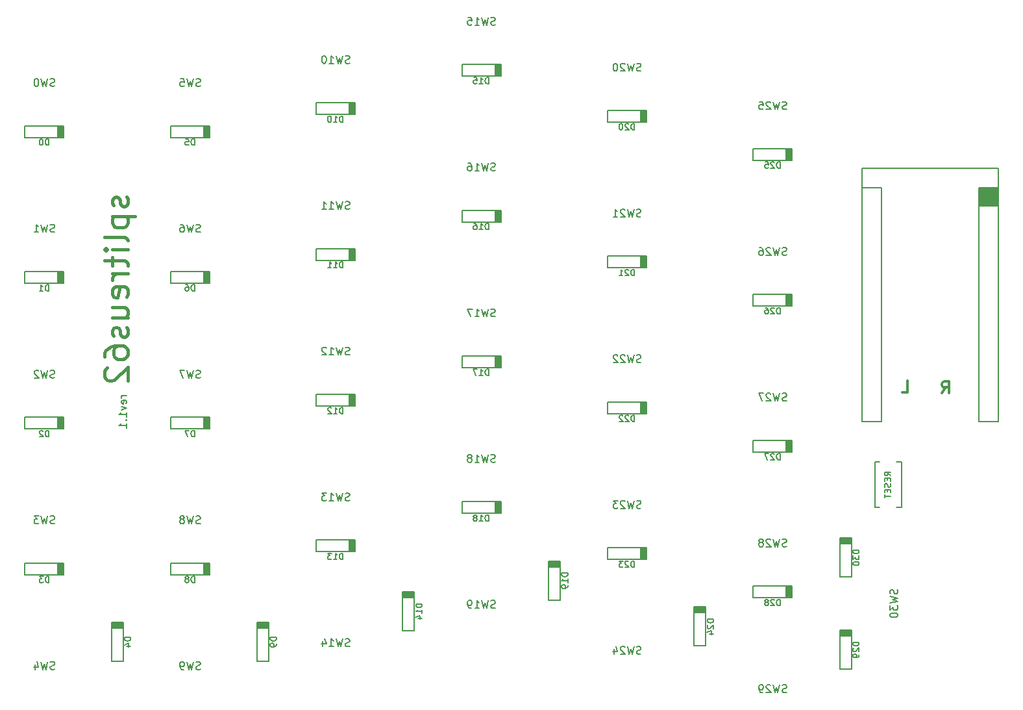
<source format=gbr>
G04 #@! TF.GenerationSoftware,KiCad,Pcbnew,(5.1.4)-1*
G04 #@! TF.CreationDate,2020-07-05T08:33:12-04:00*
G04 #@! TF.ProjectId,splitreus,73706c69-7472-4657-9573-2e6b69636164,1*
G04 #@! TF.SameCoordinates,Original*
G04 #@! TF.FileFunction,Legend,Bot*
G04 #@! TF.FilePolarity,Positive*
%FSLAX46Y46*%
G04 Gerber Fmt 4.6, Leading zero omitted, Abs format (unit mm)*
G04 Created by KiCad (PCBNEW (5.1.4)-1) date 2020-07-05 08:33:12*
%MOMM*%
%LPD*%
G04 APERTURE LIST*
%ADD10C,0.300000*%
%ADD11C,0.200000*%
%ADD12C,0.400000*%
%ADD13C,0.150000*%
%ADD14C,0.120000*%
%ADD15C,0.100000*%
G04 APERTURE END LIST*
D10*
X117093554Y-43563971D02*
X117593554Y-42849685D01*
X117950697Y-43563971D02*
X117950697Y-42063971D01*
X117379268Y-42063971D01*
X117236411Y-42135400D01*
X117164982Y-42206828D01*
X117093554Y-42349685D01*
X117093554Y-42563971D01*
X117164982Y-42706828D01*
X117236411Y-42778257D01*
X117379268Y-42849685D01*
X117950697Y-42849685D01*
X111871314Y-43482691D02*
X112585600Y-43482691D01*
X112585600Y-41982691D01*
D11*
X10702380Y-43928571D02*
X10035714Y-43928571D01*
X10226190Y-43928571D02*
X10130952Y-43976190D01*
X10083333Y-44023809D01*
X10035714Y-44119047D01*
X10035714Y-44214285D01*
X10654761Y-44928571D02*
X10702380Y-44833333D01*
X10702380Y-44642857D01*
X10654761Y-44547619D01*
X10559523Y-44500000D01*
X10178571Y-44500000D01*
X10083333Y-44547619D01*
X10035714Y-44642857D01*
X10035714Y-44833333D01*
X10083333Y-44928571D01*
X10178571Y-44976190D01*
X10273809Y-44976190D01*
X10369047Y-44500000D01*
X10035714Y-45309523D02*
X10702380Y-45547619D01*
X10035714Y-45785714D01*
X10702380Y-46690476D02*
X10702380Y-46119047D01*
X10702380Y-46404761D02*
X9702380Y-46404761D01*
X9845238Y-46309523D01*
X9940476Y-46214285D01*
X9988095Y-46119047D01*
X10607142Y-47119047D02*
X10654761Y-47166666D01*
X10702380Y-47119047D01*
X10654761Y-47071428D01*
X10607142Y-47119047D01*
X10702380Y-47119047D01*
X10702380Y-48119047D02*
X10702380Y-47547619D01*
X10702380Y-47833333D02*
X9702380Y-47833333D01*
X9845238Y-47738095D01*
X9940476Y-47642857D01*
X9988095Y-47547619D01*
D12*
X10714285Y-18000000D02*
X10857142Y-18285714D01*
X10857142Y-18857142D01*
X10714285Y-19142857D01*
X10428571Y-19285714D01*
X10285714Y-19285714D01*
X10000000Y-19142857D01*
X9857142Y-18857142D01*
X9857142Y-18428571D01*
X9714285Y-18142857D01*
X9428571Y-18000000D01*
X9285714Y-18000000D01*
X9000000Y-18142857D01*
X8857142Y-18428571D01*
X8857142Y-18857142D01*
X9000000Y-19142857D01*
X8857142Y-20571428D02*
X11857142Y-20571428D01*
X9000000Y-20571428D02*
X8857142Y-20857142D01*
X8857142Y-21428571D01*
X9000000Y-21714285D01*
X9142857Y-21857142D01*
X9428571Y-22000000D01*
X10285714Y-22000000D01*
X10571428Y-21857142D01*
X10714285Y-21714285D01*
X10857142Y-21428571D01*
X10857142Y-20857142D01*
X10714285Y-20571428D01*
X10857142Y-23714285D02*
X10714285Y-23428571D01*
X10428571Y-23285714D01*
X7857142Y-23285714D01*
X10857142Y-24857142D02*
X8857142Y-24857142D01*
X7857142Y-24857142D02*
X8000000Y-24714285D01*
X8142857Y-24857142D01*
X8000000Y-25000000D01*
X7857142Y-24857142D01*
X8142857Y-24857142D01*
X8857142Y-25857142D02*
X8857142Y-27000000D01*
X7857142Y-26285714D02*
X10428571Y-26285714D01*
X10714285Y-26428571D01*
X10857142Y-26714285D01*
X10857142Y-27000000D01*
X10857142Y-28000000D02*
X8857142Y-28000000D01*
X9428571Y-28000000D02*
X9142857Y-28142857D01*
X9000000Y-28285714D01*
X8857142Y-28571428D01*
X8857142Y-28857142D01*
X10714285Y-31000000D02*
X10857142Y-30714285D01*
X10857142Y-30142857D01*
X10714285Y-29857142D01*
X10428571Y-29714285D01*
X9285714Y-29714285D01*
X9000000Y-29857142D01*
X8857142Y-30142857D01*
X8857142Y-30714285D01*
X9000000Y-31000000D01*
X9285714Y-31142857D01*
X9571428Y-31142857D01*
X9857142Y-29714285D01*
X8857142Y-33714285D02*
X10857142Y-33714285D01*
X8857142Y-32428571D02*
X10428571Y-32428571D01*
X10714285Y-32571428D01*
X10857142Y-32857142D01*
X10857142Y-33285714D01*
X10714285Y-33571428D01*
X10571428Y-33714285D01*
X10714285Y-35000000D02*
X10857142Y-35285714D01*
X10857142Y-35857142D01*
X10714285Y-36142857D01*
X10428571Y-36285714D01*
X10285714Y-36285714D01*
X10000000Y-36142857D01*
X9857142Y-35857142D01*
X9857142Y-35428571D01*
X9714285Y-35142857D01*
X9428571Y-35000000D01*
X9285714Y-35000000D01*
X9000000Y-35142857D01*
X8857142Y-35428571D01*
X8857142Y-35857142D01*
X9000000Y-36142857D01*
X7857142Y-38857142D02*
X7857142Y-38285714D01*
X8000000Y-38000000D01*
X8142857Y-37857142D01*
X8571428Y-37571428D01*
X9142857Y-37428571D01*
X10285714Y-37428571D01*
X10571428Y-37571428D01*
X10714285Y-37714285D01*
X10857142Y-38000000D01*
X10857142Y-38571428D01*
X10714285Y-38857142D01*
X10571428Y-39000000D01*
X10285714Y-39142857D01*
X9571428Y-39142857D01*
X9285714Y-39000000D01*
X9142857Y-38857142D01*
X9000000Y-38571428D01*
X9000000Y-38000000D01*
X9142857Y-37714285D01*
X9285714Y-37571428D01*
X9571428Y-37428571D01*
X8142857Y-40285714D02*
X7999999Y-40428571D01*
X7857142Y-40714285D01*
X7857142Y-41428571D01*
X7999999Y-41714285D01*
X8142857Y-41857142D01*
X8428571Y-42000000D01*
X8714285Y-42000000D01*
X9142857Y-41857142D01*
X10857142Y-40142857D01*
X10857142Y-42000000D01*
D13*
X111814040Y-52504120D02*
X111114040Y-52504120D01*
X108314040Y-52504120D02*
X108914040Y-52504120D01*
X108314040Y-58504120D02*
X108914040Y-58504120D01*
X111814040Y-58504120D02*
X111114040Y-58504120D01*
X108314040Y-58504120D02*
X108314040Y-52504120D01*
X111814040Y-52504120D02*
X111814040Y-58504120D01*
X111814040Y-52504120D02*
X111814040Y-58404120D01*
X121858815Y-47295745D02*
X124398815Y-47295745D01*
X109158815Y-16815745D02*
X106618815Y-16815745D01*
X106618815Y-16815745D02*
X106618815Y-47295745D01*
X106618815Y-14275745D02*
X106618815Y-47295745D01*
X124398815Y-14275745D02*
X106618815Y-14275745D01*
X106618815Y-47295745D02*
X109158815Y-47295745D01*
X124398815Y-16815745D02*
X121858815Y-16815745D01*
X124398815Y-47295745D02*
X124398815Y-14275745D01*
X121858815Y-16815745D02*
X121858815Y-47295745D01*
X109158815Y-47295745D02*
X109158815Y-16815745D01*
X124398815Y-47295745D02*
X124398815Y-16815745D01*
D14*
X124400000Y-19170000D02*
X121840000Y-19170000D01*
D15*
G36*
X121880000Y-16860000D02*
G01*
X124340000Y-16850000D01*
X124350000Y-19180000D01*
X121810000Y-19150000D01*
X121880000Y-16860000D01*
G37*
X121880000Y-16860000D02*
X124340000Y-16850000D01*
X124350000Y-19180000D01*
X121810000Y-19150000D01*
X121880000Y-16860000D01*
D13*
X105262000Y-67540000D02*
X105262000Y-62460000D01*
X105262000Y-62460000D02*
X103738000Y-62460000D01*
X103738000Y-62460000D02*
X103738000Y-67540000D01*
X103738000Y-67540000D02*
X105262000Y-67540000D01*
X105262000Y-62841000D02*
X103738000Y-62841000D01*
X103738000Y-62714000D02*
X105262000Y-62714000D01*
X105262000Y-62587000D02*
X103738000Y-62587000D01*
X103738000Y-62968000D02*
X105262000Y-62968000D01*
X105262000Y-63095000D02*
X103738000Y-63095000D01*
X105262000Y-63222000D02*
X103738000Y-63222000D01*
X105262000Y-79540000D02*
X105262000Y-74460000D01*
X105262000Y-74460000D02*
X103738000Y-74460000D01*
X103738000Y-74460000D02*
X103738000Y-79540000D01*
X103738000Y-79540000D02*
X105262000Y-79540000D01*
X105262000Y-74841000D02*
X103738000Y-74841000D01*
X103738000Y-74714000D02*
X105262000Y-74714000D01*
X105262000Y-74587000D02*
X103738000Y-74587000D01*
X103738000Y-74968000D02*
X105262000Y-74968000D01*
X105262000Y-75095000D02*
X103738000Y-75095000D01*
X105262000Y-75222000D02*
X103738000Y-75222000D01*
X92460000Y-70262000D02*
X97540000Y-70262000D01*
X97540000Y-70262000D02*
X97540000Y-68738000D01*
X97540000Y-68738000D02*
X92460000Y-68738000D01*
X92460000Y-68738000D02*
X92460000Y-70262000D01*
X97159000Y-70262000D02*
X97159000Y-68738000D01*
X97286000Y-68738000D02*
X97286000Y-70262000D01*
X97413000Y-70262000D02*
X97413000Y-68738000D01*
X97032000Y-68738000D02*
X97032000Y-70262000D01*
X96905000Y-70262000D02*
X96905000Y-68738000D01*
X96778000Y-70262000D02*
X96778000Y-68738000D01*
X92460000Y-51262000D02*
X97540000Y-51262000D01*
X97540000Y-51262000D02*
X97540000Y-49738000D01*
X97540000Y-49738000D02*
X92460000Y-49738000D01*
X92460000Y-49738000D02*
X92460000Y-51262000D01*
X97159000Y-51262000D02*
X97159000Y-49738000D01*
X97286000Y-49738000D02*
X97286000Y-51262000D01*
X97413000Y-51262000D02*
X97413000Y-49738000D01*
X97032000Y-49738000D02*
X97032000Y-51262000D01*
X96905000Y-51262000D02*
X96905000Y-49738000D01*
X96778000Y-51262000D02*
X96778000Y-49738000D01*
X92460000Y-32262000D02*
X97540000Y-32262000D01*
X97540000Y-32262000D02*
X97540000Y-30738000D01*
X97540000Y-30738000D02*
X92460000Y-30738000D01*
X92460000Y-30738000D02*
X92460000Y-32262000D01*
X97159000Y-32262000D02*
X97159000Y-30738000D01*
X97286000Y-30738000D02*
X97286000Y-32262000D01*
X97413000Y-32262000D02*
X97413000Y-30738000D01*
X97032000Y-30738000D02*
X97032000Y-32262000D01*
X96905000Y-32262000D02*
X96905000Y-30738000D01*
X96778000Y-32262000D02*
X96778000Y-30738000D01*
X92460000Y-13262000D02*
X97540000Y-13262000D01*
X97540000Y-13262000D02*
X97540000Y-11738000D01*
X97540000Y-11738000D02*
X92460000Y-11738000D01*
X92460000Y-11738000D02*
X92460000Y-13262000D01*
X97159000Y-13262000D02*
X97159000Y-11738000D01*
X97286000Y-11738000D02*
X97286000Y-13262000D01*
X97413000Y-13262000D02*
X97413000Y-11738000D01*
X97032000Y-11738000D02*
X97032000Y-13262000D01*
X96905000Y-13262000D02*
X96905000Y-11738000D01*
X96778000Y-13262000D02*
X96778000Y-11738000D01*
X86262000Y-76540000D02*
X86262000Y-71460000D01*
X86262000Y-71460000D02*
X84738000Y-71460000D01*
X84738000Y-71460000D02*
X84738000Y-76540000D01*
X84738000Y-76540000D02*
X86262000Y-76540000D01*
X86262000Y-71841000D02*
X84738000Y-71841000D01*
X84738000Y-71714000D02*
X86262000Y-71714000D01*
X86262000Y-71587000D02*
X84738000Y-71587000D01*
X84738000Y-71968000D02*
X86262000Y-71968000D01*
X86262000Y-72095000D02*
X84738000Y-72095000D01*
X86262000Y-72222000D02*
X84738000Y-72222000D01*
X73460000Y-65262000D02*
X78540000Y-65262000D01*
X78540000Y-65262000D02*
X78540000Y-63738000D01*
X78540000Y-63738000D02*
X73460000Y-63738000D01*
X73460000Y-63738000D02*
X73460000Y-65262000D01*
X78159000Y-65262000D02*
X78159000Y-63738000D01*
X78286000Y-63738000D02*
X78286000Y-65262000D01*
X78413000Y-65262000D02*
X78413000Y-63738000D01*
X78032000Y-63738000D02*
X78032000Y-65262000D01*
X77905000Y-65262000D02*
X77905000Y-63738000D01*
X77778000Y-65262000D02*
X77778000Y-63738000D01*
X73460000Y-46262000D02*
X78540000Y-46262000D01*
X78540000Y-46262000D02*
X78540000Y-44738000D01*
X78540000Y-44738000D02*
X73460000Y-44738000D01*
X73460000Y-44738000D02*
X73460000Y-46262000D01*
X78159000Y-46262000D02*
X78159000Y-44738000D01*
X78286000Y-44738000D02*
X78286000Y-46262000D01*
X78413000Y-46262000D02*
X78413000Y-44738000D01*
X78032000Y-44738000D02*
X78032000Y-46262000D01*
X77905000Y-46262000D02*
X77905000Y-44738000D01*
X77778000Y-46262000D02*
X77778000Y-44738000D01*
X73460000Y-27262000D02*
X78540000Y-27262000D01*
X78540000Y-27262000D02*
X78540000Y-25738000D01*
X78540000Y-25738000D02*
X73460000Y-25738000D01*
X73460000Y-25738000D02*
X73460000Y-27262000D01*
X78159000Y-27262000D02*
X78159000Y-25738000D01*
X78286000Y-25738000D02*
X78286000Y-27262000D01*
X78413000Y-27262000D02*
X78413000Y-25738000D01*
X78032000Y-25738000D02*
X78032000Y-27262000D01*
X77905000Y-27262000D02*
X77905000Y-25738000D01*
X77778000Y-27262000D02*
X77778000Y-25738000D01*
X73460000Y-8262000D02*
X78540000Y-8262000D01*
X78540000Y-8262000D02*
X78540000Y-6738000D01*
X78540000Y-6738000D02*
X73460000Y-6738000D01*
X73460000Y-6738000D02*
X73460000Y-8262000D01*
X78159000Y-8262000D02*
X78159000Y-6738000D01*
X78286000Y-6738000D02*
X78286000Y-8262000D01*
X78413000Y-8262000D02*
X78413000Y-6738000D01*
X78032000Y-6738000D02*
X78032000Y-8262000D01*
X77905000Y-8262000D02*
X77905000Y-6738000D01*
X77778000Y-8262000D02*
X77778000Y-6738000D01*
X67262000Y-70540000D02*
X67262000Y-65460000D01*
X67262000Y-65460000D02*
X65738000Y-65460000D01*
X65738000Y-65460000D02*
X65738000Y-70540000D01*
X65738000Y-70540000D02*
X67262000Y-70540000D01*
X67262000Y-65841000D02*
X65738000Y-65841000D01*
X65738000Y-65714000D02*
X67262000Y-65714000D01*
X67262000Y-65587000D02*
X65738000Y-65587000D01*
X65738000Y-65968000D02*
X67262000Y-65968000D01*
X67262000Y-66095000D02*
X65738000Y-66095000D01*
X67262000Y-66222000D02*
X65738000Y-66222000D01*
X54460000Y-59262000D02*
X59540000Y-59262000D01*
X59540000Y-59262000D02*
X59540000Y-57738000D01*
X59540000Y-57738000D02*
X54460000Y-57738000D01*
X54460000Y-57738000D02*
X54460000Y-59262000D01*
X59159000Y-59262000D02*
X59159000Y-57738000D01*
X59286000Y-57738000D02*
X59286000Y-59262000D01*
X59413000Y-59262000D02*
X59413000Y-57738000D01*
X59032000Y-57738000D02*
X59032000Y-59262000D01*
X58905000Y-59262000D02*
X58905000Y-57738000D01*
X58778000Y-59262000D02*
X58778000Y-57738000D01*
X54460000Y-40262000D02*
X59540000Y-40262000D01*
X59540000Y-40262000D02*
X59540000Y-38738000D01*
X59540000Y-38738000D02*
X54460000Y-38738000D01*
X54460000Y-38738000D02*
X54460000Y-40262000D01*
X59159000Y-40262000D02*
X59159000Y-38738000D01*
X59286000Y-38738000D02*
X59286000Y-40262000D01*
X59413000Y-40262000D02*
X59413000Y-38738000D01*
X59032000Y-38738000D02*
X59032000Y-40262000D01*
X58905000Y-40262000D02*
X58905000Y-38738000D01*
X58778000Y-40262000D02*
X58778000Y-38738000D01*
X54460000Y-2262000D02*
X59540000Y-2262000D01*
X59540000Y-2262000D02*
X59540000Y-738000D01*
X59540000Y-738000D02*
X54460000Y-738000D01*
X54460000Y-738000D02*
X54460000Y-2262000D01*
X59159000Y-2262000D02*
X59159000Y-738000D01*
X59286000Y-738000D02*
X59286000Y-2262000D01*
X59413000Y-2262000D02*
X59413000Y-738000D01*
X59032000Y-738000D02*
X59032000Y-2262000D01*
X58905000Y-2262000D02*
X58905000Y-738000D01*
X58778000Y-2262000D02*
X58778000Y-738000D01*
X48262000Y-74540000D02*
X48262000Y-69460000D01*
X48262000Y-69460000D02*
X46738000Y-69460000D01*
X46738000Y-69460000D02*
X46738000Y-74540000D01*
X46738000Y-74540000D02*
X48262000Y-74540000D01*
X48262000Y-69841000D02*
X46738000Y-69841000D01*
X46738000Y-69714000D02*
X48262000Y-69714000D01*
X48262000Y-69587000D02*
X46738000Y-69587000D01*
X46738000Y-69968000D02*
X48262000Y-69968000D01*
X48262000Y-70095000D02*
X46738000Y-70095000D01*
X48262000Y-70222000D02*
X46738000Y-70222000D01*
X35460000Y-64262000D02*
X40540000Y-64262000D01*
X40540000Y-64262000D02*
X40540000Y-62738000D01*
X40540000Y-62738000D02*
X35460000Y-62738000D01*
X35460000Y-62738000D02*
X35460000Y-64262000D01*
X40159000Y-64262000D02*
X40159000Y-62738000D01*
X40286000Y-62738000D02*
X40286000Y-64262000D01*
X40413000Y-64262000D02*
X40413000Y-62738000D01*
X40032000Y-62738000D02*
X40032000Y-64262000D01*
X39905000Y-64262000D02*
X39905000Y-62738000D01*
X39778000Y-64262000D02*
X39778000Y-62738000D01*
X35460000Y-45262000D02*
X40540000Y-45262000D01*
X40540000Y-45262000D02*
X40540000Y-43738000D01*
X40540000Y-43738000D02*
X35460000Y-43738000D01*
X35460000Y-43738000D02*
X35460000Y-45262000D01*
X40159000Y-45262000D02*
X40159000Y-43738000D01*
X40286000Y-43738000D02*
X40286000Y-45262000D01*
X40413000Y-45262000D02*
X40413000Y-43738000D01*
X40032000Y-43738000D02*
X40032000Y-45262000D01*
X39905000Y-45262000D02*
X39905000Y-43738000D01*
X39778000Y-45262000D02*
X39778000Y-43738000D01*
X35460000Y-26262000D02*
X40540000Y-26262000D01*
X40540000Y-26262000D02*
X40540000Y-24738000D01*
X40540000Y-24738000D02*
X35460000Y-24738000D01*
X35460000Y-24738000D02*
X35460000Y-26262000D01*
X40159000Y-26262000D02*
X40159000Y-24738000D01*
X40286000Y-24738000D02*
X40286000Y-26262000D01*
X40413000Y-26262000D02*
X40413000Y-24738000D01*
X40032000Y-24738000D02*
X40032000Y-26262000D01*
X39905000Y-26262000D02*
X39905000Y-24738000D01*
X39778000Y-26262000D02*
X39778000Y-24738000D01*
X35460000Y-7262000D02*
X40540000Y-7262000D01*
X40540000Y-7262000D02*
X40540000Y-5738000D01*
X40540000Y-5738000D02*
X35460000Y-5738000D01*
X35460000Y-5738000D02*
X35460000Y-7262000D01*
X40159000Y-7262000D02*
X40159000Y-5738000D01*
X40286000Y-5738000D02*
X40286000Y-7262000D01*
X40413000Y-7262000D02*
X40413000Y-5738000D01*
X40032000Y-5738000D02*
X40032000Y-7262000D01*
X39905000Y-7262000D02*
X39905000Y-5738000D01*
X39778000Y-7262000D02*
X39778000Y-5738000D01*
X29262000Y-78540000D02*
X29262000Y-73460000D01*
X29262000Y-73460000D02*
X27738000Y-73460000D01*
X27738000Y-73460000D02*
X27738000Y-78540000D01*
X27738000Y-78540000D02*
X29262000Y-78540000D01*
X29262000Y-73841000D02*
X27738000Y-73841000D01*
X27738000Y-73714000D02*
X29262000Y-73714000D01*
X29262000Y-73587000D02*
X27738000Y-73587000D01*
X27738000Y-73968000D02*
X29262000Y-73968000D01*
X29262000Y-74095000D02*
X27738000Y-74095000D01*
X29262000Y-74222000D02*
X27738000Y-74222000D01*
X16460000Y-67262000D02*
X21540000Y-67262000D01*
X21540000Y-67262000D02*
X21540000Y-65738000D01*
X21540000Y-65738000D02*
X16460000Y-65738000D01*
X16460000Y-65738000D02*
X16460000Y-67262000D01*
X21159000Y-67262000D02*
X21159000Y-65738000D01*
X21286000Y-65738000D02*
X21286000Y-67262000D01*
X21413000Y-67262000D02*
X21413000Y-65738000D01*
X21032000Y-65738000D02*
X21032000Y-67262000D01*
X20905000Y-67262000D02*
X20905000Y-65738000D01*
X20778000Y-67262000D02*
X20778000Y-65738000D01*
X16460000Y-48262000D02*
X21540000Y-48262000D01*
X21540000Y-48262000D02*
X21540000Y-46738000D01*
X21540000Y-46738000D02*
X16460000Y-46738000D01*
X16460000Y-46738000D02*
X16460000Y-48262000D01*
X21159000Y-48262000D02*
X21159000Y-46738000D01*
X21286000Y-46738000D02*
X21286000Y-48262000D01*
X21413000Y-48262000D02*
X21413000Y-46738000D01*
X21032000Y-46738000D02*
X21032000Y-48262000D01*
X20905000Y-48262000D02*
X20905000Y-46738000D01*
X20778000Y-48262000D02*
X20778000Y-46738000D01*
X16460000Y-29262000D02*
X21540000Y-29262000D01*
X21540000Y-29262000D02*
X21540000Y-27738000D01*
X21540000Y-27738000D02*
X16460000Y-27738000D01*
X16460000Y-27738000D02*
X16460000Y-29262000D01*
X21159000Y-29262000D02*
X21159000Y-27738000D01*
X21286000Y-27738000D02*
X21286000Y-29262000D01*
X21413000Y-29262000D02*
X21413000Y-27738000D01*
X21032000Y-27738000D02*
X21032000Y-29262000D01*
X20905000Y-29262000D02*
X20905000Y-27738000D01*
X20778000Y-29262000D02*
X20778000Y-27738000D01*
X16460000Y-10262000D02*
X21540000Y-10262000D01*
X21540000Y-10262000D02*
X21540000Y-8738000D01*
X21540000Y-8738000D02*
X16460000Y-8738000D01*
X16460000Y-8738000D02*
X16460000Y-10262000D01*
X21159000Y-10262000D02*
X21159000Y-8738000D01*
X21286000Y-8738000D02*
X21286000Y-10262000D01*
X21413000Y-10262000D02*
X21413000Y-8738000D01*
X21032000Y-8738000D02*
X21032000Y-10262000D01*
X20905000Y-10262000D02*
X20905000Y-8738000D01*
X20778000Y-10262000D02*
X20778000Y-8738000D01*
X54460000Y-21262000D02*
X59540000Y-21262000D01*
X59540000Y-21262000D02*
X59540000Y-19738000D01*
X59540000Y-19738000D02*
X54460000Y-19738000D01*
X54460000Y-19738000D02*
X54460000Y-21262000D01*
X59159000Y-21262000D02*
X59159000Y-19738000D01*
X59286000Y-19738000D02*
X59286000Y-21262000D01*
X59413000Y-21262000D02*
X59413000Y-19738000D01*
X59032000Y-19738000D02*
X59032000Y-21262000D01*
X58905000Y-21262000D02*
X58905000Y-19738000D01*
X58778000Y-21262000D02*
X58778000Y-19738000D01*
X10262000Y-78540000D02*
X10262000Y-73460000D01*
X10262000Y-73460000D02*
X8738000Y-73460000D01*
X8738000Y-73460000D02*
X8738000Y-78540000D01*
X8738000Y-78540000D02*
X10262000Y-78540000D01*
X10262000Y-73841000D02*
X8738000Y-73841000D01*
X8738000Y-73714000D02*
X10262000Y-73714000D01*
X10262000Y-73587000D02*
X8738000Y-73587000D01*
X8738000Y-73968000D02*
X10262000Y-73968000D01*
X10262000Y-74095000D02*
X8738000Y-74095000D01*
X10262000Y-74222000D02*
X8738000Y-74222000D01*
X-2540000Y-67262000D02*
X2540000Y-67262000D01*
X2540000Y-67262000D02*
X2540000Y-65738000D01*
X2540000Y-65738000D02*
X-2540000Y-65738000D01*
X-2540000Y-65738000D02*
X-2540000Y-67262000D01*
X2159000Y-67262000D02*
X2159000Y-65738000D01*
X2286000Y-65738000D02*
X2286000Y-67262000D01*
X2413000Y-67262000D02*
X2413000Y-65738000D01*
X2032000Y-65738000D02*
X2032000Y-67262000D01*
X1905000Y-67262000D02*
X1905000Y-65738000D01*
X1778000Y-67262000D02*
X1778000Y-65738000D01*
X-2540000Y-48262000D02*
X2540000Y-48262000D01*
X2540000Y-48262000D02*
X2540000Y-46738000D01*
X2540000Y-46738000D02*
X-2540000Y-46738000D01*
X-2540000Y-46738000D02*
X-2540000Y-48262000D01*
X2159000Y-48262000D02*
X2159000Y-46738000D01*
X2286000Y-46738000D02*
X2286000Y-48262000D01*
X2413000Y-48262000D02*
X2413000Y-46738000D01*
X2032000Y-46738000D02*
X2032000Y-48262000D01*
X1905000Y-48262000D02*
X1905000Y-46738000D01*
X1778000Y-48262000D02*
X1778000Y-46738000D01*
X-2540000Y-29262000D02*
X2540000Y-29262000D01*
X2540000Y-29262000D02*
X2540000Y-27738000D01*
X2540000Y-27738000D02*
X-2540000Y-27738000D01*
X-2540000Y-27738000D02*
X-2540000Y-29262000D01*
X2159000Y-29262000D02*
X2159000Y-27738000D01*
X2286000Y-27738000D02*
X2286000Y-29262000D01*
X2413000Y-29262000D02*
X2413000Y-27738000D01*
X2032000Y-27738000D02*
X2032000Y-29262000D01*
X1905000Y-29262000D02*
X1905000Y-27738000D01*
X1778000Y-29262000D02*
X1778000Y-27738000D01*
X-2540000Y-10262000D02*
X2540000Y-10262000D01*
X2540000Y-10262000D02*
X2540000Y-8738000D01*
X2540000Y-8738000D02*
X-2540000Y-8738000D01*
X-2540000Y-8738000D02*
X-2540000Y-10262000D01*
X2159000Y-10262000D02*
X2159000Y-8738000D01*
X2286000Y-8738000D02*
X2286000Y-10262000D01*
X2413000Y-10262000D02*
X2413000Y-8738000D01*
X2032000Y-8738000D02*
X2032000Y-10262000D01*
X1905000Y-10262000D02*
X1905000Y-8738000D01*
X1778000Y-10262000D02*
X1778000Y-8738000D01*
X110375944Y-54342215D02*
X109994992Y-54075548D01*
X110375944Y-53885072D02*
X109575944Y-53885072D01*
X109575944Y-54189834D01*
X109614040Y-54266024D01*
X109652135Y-54304120D01*
X109728325Y-54342215D01*
X109842611Y-54342215D01*
X109918801Y-54304120D01*
X109956897Y-54266024D01*
X109994992Y-54189834D01*
X109994992Y-53885072D01*
X109956897Y-54685072D02*
X109956897Y-54951739D01*
X110375944Y-55066024D02*
X110375944Y-54685072D01*
X109575944Y-54685072D01*
X109575944Y-55066024D01*
X110337849Y-55370786D02*
X110375944Y-55485072D01*
X110375944Y-55675548D01*
X110337849Y-55751739D01*
X110299754Y-55789834D01*
X110223563Y-55827929D01*
X110147373Y-55827929D01*
X110071182Y-55789834D01*
X110033087Y-55751739D01*
X109994992Y-55675548D01*
X109956897Y-55523167D01*
X109918801Y-55446977D01*
X109880706Y-55408881D01*
X109804516Y-55370786D01*
X109728325Y-55370786D01*
X109652135Y-55408881D01*
X109614040Y-55446977D01*
X109575944Y-55523167D01*
X109575944Y-55713643D01*
X109614040Y-55827929D01*
X109956897Y-56170786D02*
X109956897Y-56437453D01*
X110375944Y-56551739D02*
X110375944Y-56170786D01*
X109575944Y-56170786D01*
X109575944Y-56551739D01*
X109575944Y-56780310D02*
X109575944Y-57237453D01*
X110375944Y-57008881D02*
X109575944Y-57008881D01*
X106261904Y-64053971D02*
X105461904Y-64053971D01*
X105461904Y-64244447D01*
X105500000Y-64358733D01*
X105576190Y-64434923D01*
X105652380Y-64473019D01*
X105804761Y-64511114D01*
X105919047Y-64511114D01*
X106071428Y-64473019D01*
X106147619Y-64434923D01*
X106223809Y-64358733D01*
X106261904Y-64244447D01*
X106261904Y-64053971D01*
X105461904Y-64777780D02*
X105461904Y-65273019D01*
X105766666Y-65006352D01*
X105766666Y-65120638D01*
X105804761Y-65196828D01*
X105842857Y-65234923D01*
X105919047Y-65273019D01*
X106109523Y-65273019D01*
X106185714Y-65234923D01*
X106223809Y-65196828D01*
X106261904Y-65120638D01*
X106261904Y-64892066D01*
X106223809Y-64815876D01*
X106185714Y-64777780D01*
X105461904Y-65768257D02*
X105461904Y-65844447D01*
X105500000Y-65920638D01*
X105538095Y-65958733D01*
X105614285Y-65996828D01*
X105766666Y-66034923D01*
X105957142Y-66034923D01*
X106109523Y-65996828D01*
X106185714Y-65958733D01*
X106223809Y-65920638D01*
X106261904Y-65844447D01*
X106261904Y-65768257D01*
X106223809Y-65692066D01*
X106185714Y-65653971D01*
X106109523Y-65615876D01*
X105957142Y-65577780D01*
X105766666Y-65577780D01*
X105614285Y-65615876D01*
X105538095Y-65653971D01*
X105500000Y-65692066D01*
X105461904Y-65768257D01*
X106261904Y-76053971D02*
X105461904Y-76053971D01*
X105461904Y-76244447D01*
X105500000Y-76358733D01*
X105576190Y-76434923D01*
X105652380Y-76473019D01*
X105804761Y-76511114D01*
X105919047Y-76511114D01*
X106071428Y-76473019D01*
X106147619Y-76434923D01*
X106223809Y-76358733D01*
X106261904Y-76244447D01*
X106261904Y-76053971D01*
X105538095Y-76815876D02*
X105500000Y-76853971D01*
X105461904Y-76930161D01*
X105461904Y-77120638D01*
X105500000Y-77196828D01*
X105538095Y-77234923D01*
X105614285Y-77273019D01*
X105690476Y-77273019D01*
X105804761Y-77234923D01*
X106261904Y-76777780D01*
X106261904Y-77273019D01*
X106261904Y-77653971D02*
X106261904Y-77806352D01*
X106223809Y-77882542D01*
X106185714Y-77920638D01*
X106071428Y-77996828D01*
X105919047Y-78034923D01*
X105614285Y-78034923D01*
X105538095Y-77996828D01*
X105500000Y-77958733D01*
X105461904Y-77882542D01*
X105461904Y-77730161D01*
X105500000Y-77653971D01*
X105538095Y-77615876D01*
X105614285Y-77577780D01*
X105804761Y-77577780D01*
X105880952Y-77615876D01*
X105919047Y-77653971D01*
X105957142Y-77730161D01*
X105957142Y-77882542D01*
X105919047Y-77958733D01*
X105880952Y-77996828D01*
X105804761Y-78034923D01*
X95946028Y-71261904D02*
X95946028Y-70461904D01*
X95755552Y-70461904D01*
X95641266Y-70500000D01*
X95565076Y-70576190D01*
X95526980Y-70652380D01*
X95488885Y-70804761D01*
X95488885Y-70919047D01*
X95526980Y-71071428D01*
X95565076Y-71147619D01*
X95641266Y-71223809D01*
X95755552Y-71261904D01*
X95946028Y-71261904D01*
X95184123Y-70538095D02*
X95146028Y-70500000D01*
X95069838Y-70461904D01*
X94879361Y-70461904D01*
X94803171Y-70500000D01*
X94765076Y-70538095D01*
X94726980Y-70614285D01*
X94726980Y-70690476D01*
X94765076Y-70804761D01*
X95222219Y-71261904D01*
X94726980Y-71261904D01*
X94269838Y-70804761D02*
X94346028Y-70766666D01*
X94384123Y-70728571D01*
X94422219Y-70652380D01*
X94422219Y-70614285D01*
X94384123Y-70538095D01*
X94346028Y-70500000D01*
X94269838Y-70461904D01*
X94117457Y-70461904D01*
X94041266Y-70500000D01*
X94003171Y-70538095D01*
X93965076Y-70614285D01*
X93965076Y-70652380D01*
X94003171Y-70728571D01*
X94041266Y-70766666D01*
X94117457Y-70804761D01*
X94269838Y-70804761D01*
X94346028Y-70842857D01*
X94384123Y-70880952D01*
X94422219Y-70957142D01*
X94422219Y-71109523D01*
X94384123Y-71185714D01*
X94346028Y-71223809D01*
X94269838Y-71261904D01*
X94117457Y-71261904D01*
X94041266Y-71223809D01*
X94003171Y-71185714D01*
X93965076Y-71109523D01*
X93965076Y-70957142D01*
X94003171Y-70880952D01*
X94041266Y-70842857D01*
X94117457Y-70804761D01*
X95946028Y-52261904D02*
X95946028Y-51461904D01*
X95755552Y-51461904D01*
X95641266Y-51500000D01*
X95565076Y-51576190D01*
X95526980Y-51652380D01*
X95488885Y-51804761D01*
X95488885Y-51919047D01*
X95526980Y-52071428D01*
X95565076Y-52147619D01*
X95641266Y-52223809D01*
X95755552Y-52261904D01*
X95946028Y-52261904D01*
X95184123Y-51538095D02*
X95146028Y-51500000D01*
X95069838Y-51461904D01*
X94879361Y-51461904D01*
X94803171Y-51500000D01*
X94765076Y-51538095D01*
X94726980Y-51614285D01*
X94726980Y-51690476D01*
X94765076Y-51804761D01*
X95222219Y-52261904D01*
X94726980Y-52261904D01*
X94460314Y-51461904D02*
X93926980Y-51461904D01*
X94269838Y-52261904D01*
X95946028Y-33261904D02*
X95946028Y-32461904D01*
X95755552Y-32461904D01*
X95641266Y-32500000D01*
X95565076Y-32576190D01*
X95526980Y-32652380D01*
X95488885Y-32804761D01*
X95488885Y-32919047D01*
X95526980Y-33071428D01*
X95565076Y-33147619D01*
X95641266Y-33223809D01*
X95755552Y-33261904D01*
X95946028Y-33261904D01*
X95184123Y-32538095D02*
X95146028Y-32500000D01*
X95069838Y-32461904D01*
X94879361Y-32461904D01*
X94803171Y-32500000D01*
X94765076Y-32538095D01*
X94726980Y-32614285D01*
X94726980Y-32690476D01*
X94765076Y-32804761D01*
X95222219Y-33261904D01*
X94726980Y-33261904D01*
X94041266Y-32461904D02*
X94193647Y-32461904D01*
X94269838Y-32500000D01*
X94307933Y-32538095D01*
X94384123Y-32652380D01*
X94422219Y-32804761D01*
X94422219Y-33109523D01*
X94384123Y-33185714D01*
X94346028Y-33223809D01*
X94269838Y-33261904D01*
X94117457Y-33261904D01*
X94041266Y-33223809D01*
X94003171Y-33185714D01*
X93965076Y-33109523D01*
X93965076Y-32919047D01*
X94003171Y-32842857D01*
X94041266Y-32804761D01*
X94117457Y-32766666D01*
X94269838Y-32766666D01*
X94346028Y-32804761D01*
X94384123Y-32842857D01*
X94422219Y-32919047D01*
X95946028Y-14261904D02*
X95946028Y-13461904D01*
X95755552Y-13461904D01*
X95641266Y-13500000D01*
X95565076Y-13576190D01*
X95526980Y-13652380D01*
X95488885Y-13804761D01*
X95488885Y-13919047D01*
X95526980Y-14071428D01*
X95565076Y-14147619D01*
X95641266Y-14223809D01*
X95755552Y-14261904D01*
X95946028Y-14261904D01*
X95184123Y-13538095D02*
X95146028Y-13500000D01*
X95069838Y-13461904D01*
X94879361Y-13461904D01*
X94803171Y-13500000D01*
X94765076Y-13538095D01*
X94726980Y-13614285D01*
X94726980Y-13690476D01*
X94765076Y-13804761D01*
X95222219Y-14261904D01*
X94726980Y-14261904D01*
X94003171Y-13461904D02*
X94384123Y-13461904D01*
X94422219Y-13842857D01*
X94384123Y-13804761D01*
X94307933Y-13766666D01*
X94117457Y-13766666D01*
X94041266Y-13804761D01*
X94003171Y-13842857D01*
X93965076Y-13919047D01*
X93965076Y-14109523D01*
X94003171Y-14185714D01*
X94041266Y-14223809D01*
X94117457Y-14261904D01*
X94307933Y-14261904D01*
X94384123Y-14223809D01*
X94422219Y-14185714D01*
X87261904Y-73053971D02*
X86461904Y-73053971D01*
X86461904Y-73244447D01*
X86500000Y-73358733D01*
X86576190Y-73434923D01*
X86652380Y-73473019D01*
X86804761Y-73511114D01*
X86919047Y-73511114D01*
X87071428Y-73473019D01*
X87147619Y-73434923D01*
X87223809Y-73358733D01*
X87261904Y-73244447D01*
X87261904Y-73053971D01*
X86538095Y-73815876D02*
X86500000Y-73853971D01*
X86461904Y-73930161D01*
X86461904Y-74120638D01*
X86500000Y-74196828D01*
X86538095Y-74234923D01*
X86614285Y-74273019D01*
X86690476Y-74273019D01*
X86804761Y-74234923D01*
X87261904Y-73777780D01*
X87261904Y-74273019D01*
X86728571Y-74958733D02*
X87261904Y-74958733D01*
X86423809Y-74768257D02*
X86995238Y-74577780D01*
X86995238Y-75073019D01*
X76946028Y-66261904D02*
X76946028Y-65461904D01*
X76755552Y-65461904D01*
X76641266Y-65500000D01*
X76565076Y-65576190D01*
X76526980Y-65652380D01*
X76488885Y-65804761D01*
X76488885Y-65919047D01*
X76526980Y-66071428D01*
X76565076Y-66147619D01*
X76641266Y-66223809D01*
X76755552Y-66261904D01*
X76946028Y-66261904D01*
X76184123Y-65538095D02*
X76146028Y-65500000D01*
X76069838Y-65461904D01*
X75879361Y-65461904D01*
X75803171Y-65500000D01*
X75765076Y-65538095D01*
X75726980Y-65614285D01*
X75726980Y-65690476D01*
X75765076Y-65804761D01*
X76222219Y-66261904D01*
X75726980Y-66261904D01*
X75460314Y-65461904D02*
X74965076Y-65461904D01*
X75231742Y-65766666D01*
X75117457Y-65766666D01*
X75041266Y-65804761D01*
X75003171Y-65842857D01*
X74965076Y-65919047D01*
X74965076Y-66109523D01*
X75003171Y-66185714D01*
X75041266Y-66223809D01*
X75117457Y-66261904D01*
X75346028Y-66261904D01*
X75422219Y-66223809D01*
X75460314Y-66185714D01*
X76946028Y-47261904D02*
X76946028Y-46461904D01*
X76755552Y-46461904D01*
X76641266Y-46500000D01*
X76565076Y-46576190D01*
X76526980Y-46652380D01*
X76488885Y-46804761D01*
X76488885Y-46919047D01*
X76526980Y-47071428D01*
X76565076Y-47147619D01*
X76641266Y-47223809D01*
X76755552Y-47261904D01*
X76946028Y-47261904D01*
X76184123Y-46538095D02*
X76146028Y-46500000D01*
X76069838Y-46461904D01*
X75879361Y-46461904D01*
X75803171Y-46500000D01*
X75765076Y-46538095D01*
X75726980Y-46614285D01*
X75726980Y-46690476D01*
X75765076Y-46804761D01*
X76222219Y-47261904D01*
X75726980Y-47261904D01*
X75422219Y-46538095D02*
X75384123Y-46500000D01*
X75307933Y-46461904D01*
X75117457Y-46461904D01*
X75041266Y-46500000D01*
X75003171Y-46538095D01*
X74965076Y-46614285D01*
X74965076Y-46690476D01*
X75003171Y-46804761D01*
X75460314Y-47261904D01*
X74965076Y-47261904D01*
X76946028Y-28261904D02*
X76946028Y-27461904D01*
X76755552Y-27461904D01*
X76641266Y-27500000D01*
X76565076Y-27576190D01*
X76526980Y-27652380D01*
X76488885Y-27804761D01*
X76488885Y-27919047D01*
X76526980Y-28071428D01*
X76565076Y-28147619D01*
X76641266Y-28223809D01*
X76755552Y-28261904D01*
X76946028Y-28261904D01*
X76184123Y-27538095D02*
X76146028Y-27500000D01*
X76069838Y-27461904D01*
X75879361Y-27461904D01*
X75803171Y-27500000D01*
X75765076Y-27538095D01*
X75726980Y-27614285D01*
X75726980Y-27690476D01*
X75765076Y-27804761D01*
X76222219Y-28261904D01*
X75726980Y-28261904D01*
X74965076Y-28261904D02*
X75422219Y-28261904D01*
X75193647Y-28261904D02*
X75193647Y-27461904D01*
X75269838Y-27576190D01*
X75346028Y-27652380D01*
X75422219Y-27690476D01*
X76946028Y-9261904D02*
X76946028Y-8461904D01*
X76755552Y-8461904D01*
X76641266Y-8500000D01*
X76565076Y-8576190D01*
X76526980Y-8652380D01*
X76488885Y-8804761D01*
X76488885Y-8919047D01*
X76526980Y-9071428D01*
X76565076Y-9147619D01*
X76641266Y-9223809D01*
X76755552Y-9261904D01*
X76946028Y-9261904D01*
X76184123Y-8538095D02*
X76146028Y-8500000D01*
X76069838Y-8461904D01*
X75879361Y-8461904D01*
X75803171Y-8500000D01*
X75765076Y-8538095D01*
X75726980Y-8614285D01*
X75726980Y-8690476D01*
X75765076Y-8804761D01*
X76222219Y-9261904D01*
X75726980Y-9261904D01*
X75231742Y-8461904D02*
X75155552Y-8461904D01*
X75079361Y-8500000D01*
X75041266Y-8538095D01*
X75003171Y-8614285D01*
X74965076Y-8766666D01*
X74965076Y-8957142D01*
X75003171Y-9109523D01*
X75041266Y-9185714D01*
X75079361Y-9223809D01*
X75155552Y-9261904D01*
X75231742Y-9261904D01*
X75307933Y-9223809D01*
X75346028Y-9185714D01*
X75384123Y-9109523D01*
X75422219Y-8957142D01*
X75422219Y-8766666D01*
X75384123Y-8614285D01*
X75346028Y-8538095D01*
X75307933Y-8500000D01*
X75231742Y-8461904D01*
X68261904Y-67053971D02*
X67461904Y-67053971D01*
X67461904Y-67244447D01*
X67500000Y-67358733D01*
X67576190Y-67434923D01*
X67652380Y-67473019D01*
X67804761Y-67511114D01*
X67919047Y-67511114D01*
X68071428Y-67473019D01*
X68147619Y-67434923D01*
X68223809Y-67358733D01*
X68261904Y-67244447D01*
X68261904Y-67053971D01*
X68261904Y-68273019D02*
X68261904Y-67815876D01*
X68261904Y-68044447D02*
X67461904Y-68044447D01*
X67576190Y-67968257D01*
X67652380Y-67892066D01*
X67690476Y-67815876D01*
X68261904Y-68653971D02*
X68261904Y-68806352D01*
X68223809Y-68882542D01*
X68185714Y-68920638D01*
X68071428Y-68996828D01*
X67919047Y-69034923D01*
X67614285Y-69034923D01*
X67538095Y-68996828D01*
X67500000Y-68958733D01*
X67461904Y-68882542D01*
X67461904Y-68730161D01*
X67500000Y-68653971D01*
X67538095Y-68615876D01*
X67614285Y-68577780D01*
X67804761Y-68577780D01*
X67880952Y-68615876D01*
X67919047Y-68653971D01*
X67957142Y-68730161D01*
X67957142Y-68882542D01*
X67919047Y-68958733D01*
X67880952Y-68996828D01*
X67804761Y-69034923D01*
X57946028Y-60261904D02*
X57946028Y-59461904D01*
X57755552Y-59461904D01*
X57641266Y-59500000D01*
X57565076Y-59576190D01*
X57526980Y-59652380D01*
X57488885Y-59804761D01*
X57488885Y-59919047D01*
X57526980Y-60071428D01*
X57565076Y-60147619D01*
X57641266Y-60223809D01*
X57755552Y-60261904D01*
X57946028Y-60261904D01*
X56726980Y-60261904D02*
X57184123Y-60261904D01*
X56955552Y-60261904D02*
X56955552Y-59461904D01*
X57031742Y-59576190D01*
X57107933Y-59652380D01*
X57184123Y-59690476D01*
X56269838Y-59804761D02*
X56346028Y-59766666D01*
X56384123Y-59728571D01*
X56422219Y-59652380D01*
X56422219Y-59614285D01*
X56384123Y-59538095D01*
X56346028Y-59500000D01*
X56269838Y-59461904D01*
X56117457Y-59461904D01*
X56041266Y-59500000D01*
X56003171Y-59538095D01*
X55965076Y-59614285D01*
X55965076Y-59652380D01*
X56003171Y-59728571D01*
X56041266Y-59766666D01*
X56117457Y-59804761D01*
X56269838Y-59804761D01*
X56346028Y-59842857D01*
X56384123Y-59880952D01*
X56422219Y-59957142D01*
X56422219Y-60109523D01*
X56384123Y-60185714D01*
X56346028Y-60223809D01*
X56269838Y-60261904D01*
X56117457Y-60261904D01*
X56041266Y-60223809D01*
X56003171Y-60185714D01*
X55965076Y-60109523D01*
X55965076Y-59957142D01*
X56003171Y-59880952D01*
X56041266Y-59842857D01*
X56117457Y-59804761D01*
X57946028Y-41261904D02*
X57946028Y-40461904D01*
X57755552Y-40461904D01*
X57641266Y-40500000D01*
X57565076Y-40576190D01*
X57526980Y-40652380D01*
X57488885Y-40804761D01*
X57488885Y-40919047D01*
X57526980Y-41071428D01*
X57565076Y-41147619D01*
X57641266Y-41223809D01*
X57755552Y-41261904D01*
X57946028Y-41261904D01*
X56726980Y-41261904D02*
X57184123Y-41261904D01*
X56955552Y-41261904D02*
X56955552Y-40461904D01*
X57031742Y-40576190D01*
X57107933Y-40652380D01*
X57184123Y-40690476D01*
X56460314Y-40461904D02*
X55926980Y-40461904D01*
X56269838Y-41261904D01*
X57946028Y-3261904D02*
X57946028Y-2461904D01*
X57755552Y-2461904D01*
X57641266Y-2500000D01*
X57565076Y-2576190D01*
X57526980Y-2652380D01*
X57488885Y-2804761D01*
X57488885Y-2919047D01*
X57526980Y-3071428D01*
X57565076Y-3147619D01*
X57641266Y-3223809D01*
X57755552Y-3261904D01*
X57946028Y-3261904D01*
X56726980Y-3261904D02*
X57184123Y-3261904D01*
X56955552Y-3261904D02*
X56955552Y-2461904D01*
X57031742Y-2576190D01*
X57107933Y-2652380D01*
X57184123Y-2690476D01*
X56003171Y-2461904D02*
X56384123Y-2461904D01*
X56422219Y-2842857D01*
X56384123Y-2804761D01*
X56307933Y-2766666D01*
X56117457Y-2766666D01*
X56041266Y-2804761D01*
X56003171Y-2842857D01*
X55965076Y-2919047D01*
X55965076Y-3109523D01*
X56003171Y-3185714D01*
X56041266Y-3223809D01*
X56117457Y-3261904D01*
X56307933Y-3261904D01*
X56384123Y-3223809D01*
X56422219Y-3185714D01*
X49261904Y-71053971D02*
X48461904Y-71053971D01*
X48461904Y-71244447D01*
X48500000Y-71358733D01*
X48576190Y-71434923D01*
X48652380Y-71473019D01*
X48804761Y-71511114D01*
X48919047Y-71511114D01*
X49071428Y-71473019D01*
X49147619Y-71434923D01*
X49223809Y-71358733D01*
X49261904Y-71244447D01*
X49261904Y-71053971D01*
X49261904Y-72273019D02*
X49261904Y-71815876D01*
X49261904Y-72044447D02*
X48461904Y-72044447D01*
X48576190Y-71968257D01*
X48652380Y-71892066D01*
X48690476Y-71815876D01*
X48728571Y-72958733D02*
X49261904Y-72958733D01*
X48423809Y-72768257D02*
X48995238Y-72577780D01*
X48995238Y-73073019D01*
X38946028Y-65261904D02*
X38946028Y-64461904D01*
X38755552Y-64461904D01*
X38641266Y-64500000D01*
X38565076Y-64576190D01*
X38526980Y-64652380D01*
X38488885Y-64804761D01*
X38488885Y-64919047D01*
X38526980Y-65071428D01*
X38565076Y-65147619D01*
X38641266Y-65223809D01*
X38755552Y-65261904D01*
X38946028Y-65261904D01*
X37726980Y-65261904D02*
X38184123Y-65261904D01*
X37955552Y-65261904D02*
X37955552Y-64461904D01*
X38031742Y-64576190D01*
X38107933Y-64652380D01*
X38184123Y-64690476D01*
X37460314Y-64461904D02*
X36965076Y-64461904D01*
X37231742Y-64766666D01*
X37117457Y-64766666D01*
X37041266Y-64804761D01*
X37003171Y-64842857D01*
X36965076Y-64919047D01*
X36965076Y-65109523D01*
X37003171Y-65185714D01*
X37041266Y-65223809D01*
X37117457Y-65261904D01*
X37346028Y-65261904D01*
X37422219Y-65223809D01*
X37460314Y-65185714D01*
X38946028Y-46261904D02*
X38946028Y-45461904D01*
X38755552Y-45461904D01*
X38641266Y-45500000D01*
X38565076Y-45576190D01*
X38526980Y-45652380D01*
X38488885Y-45804761D01*
X38488885Y-45919047D01*
X38526980Y-46071428D01*
X38565076Y-46147619D01*
X38641266Y-46223809D01*
X38755552Y-46261904D01*
X38946028Y-46261904D01*
X37726980Y-46261904D02*
X38184123Y-46261904D01*
X37955552Y-46261904D02*
X37955552Y-45461904D01*
X38031742Y-45576190D01*
X38107933Y-45652380D01*
X38184123Y-45690476D01*
X37422219Y-45538095D02*
X37384123Y-45500000D01*
X37307933Y-45461904D01*
X37117457Y-45461904D01*
X37041266Y-45500000D01*
X37003171Y-45538095D01*
X36965076Y-45614285D01*
X36965076Y-45690476D01*
X37003171Y-45804761D01*
X37460314Y-46261904D01*
X36965076Y-46261904D01*
X38946028Y-27261904D02*
X38946028Y-26461904D01*
X38755552Y-26461904D01*
X38641266Y-26500000D01*
X38565076Y-26576190D01*
X38526980Y-26652380D01*
X38488885Y-26804761D01*
X38488885Y-26919047D01*
X38526980Y-27071428D01*
X38565076Y-27147619D01*
X38641266Y-27223809D01*
X38755552Y-27261904D01*
X38946028Y-27261904D01*
X37726980Y-27261904D02*
X38184123Y-27261904D01*
X37955552Y-27261904D02*
X37955552Y-26461904D01*
X38031742Y-26576190D01*
X38107933Y-26652380D01*
X38184123Y-26690476D01*
X36965076Y-27261904D02*
X37422219Y-27261904D01*
X37193647Y-27261904D02*
X37193647Y-26461904D01*
X37269838Y-26576190D01*
X37346028Y-26652380D01*
X37422219Y-26690476D01*
X38946028Y-8261904D02*
X38946028Y-7461904D01*
X38755552Y-7461904D01*
X38641266Y-7500000D01*
X38565076Y-7576190D01*
X38526980Y-7652380D01*
X38488885Y-7804761D01*
X38488885Y-7919047D01*
X38526980Y-8071428D01*
X38565076Y-8147619D01*
X38641266Y-8223809D01*
X38755552Y-8261904D01*
X38946028Y-8261904D01*
X37726980Y-8261904D02*
X38184123Y-8261904D01*
X37955552Y-8261904D02*
X37955552Y-7461904D01*
X38031742Y-7576190D01*
X38107933Y-7652380D01*
X38184123Y-7690476D01*
X37231742Y-7461904D02*
X37155552Y-7461904D01*
X37079361Y-7500000D01*
X37041266Y-7538095D01*
X37003171Y-7614285D01*
X36965076Y-7766666D01*
X36965076Y-7957142D01*
X37003171Y-8109523D01*
X37041266Y-8185714D01*
X37079361Y-8223809D01*
X37155552Y-8261904D01*
X37231742Y-8261904D01*
X37307933Y-8223809D01*
X37346028Y-8185714D01*
X37384123Y-8109523D01*
X37422219Y-7957142D01*
X37422219Y-7766666D01*
X37384123Y-7614285D01*
X37346028Y-7538095D01*
X37307933Y-7500000D01*
X37231742Y-7461904D01*
X30261904Y-75434923D02*
X29461904Y-75434923D01*
X29461904Y-75625400D01*
X29500000Y-75739685D01*
X29576190Y-75815876D01*
X29652380Y-75853971D01*
X29804761Y-75892066D01*
X29919047Y-75892066D01*
X30071428Y-75853971D01*
X30147619Y-75815876D01*
X30223809Y-75739685D01*
X30261904Y-75625400D01*
X30261904Y-75434923D01*
X30261904Y-76273019D02*
X30261904Y-76425400D01*
X30223809Y-76501590D01*
X30185714Y-76539685D01*
X30071428Y-76615876D01*
X29919047Y-76653971D01*
X29614285Y-76653971D01*
X29538095Y-76615876D01*
X29500000Y-76577780D01*
X29461904Y-76501590D01*
X29461904Y-76349209D01*
X29500000Y-76273019D01*
X29538095Y-76234923D01*
X29614285Y-76196828D01*
X29804761Y-76196828D01*
X29880952Y-76234923D01*
X29919047Y-76273019D01*
X29957142Y-76349209D01*
X29957142Y-76501590D01*
X29919047Y-76577780D01*
X29880952Y-76615876D01*
X29804761Y-76653971D01*
X19565076Y-68261904D02*
X19565076Y-67461904D01*
X19374600Y-67461904D01*
X19260314Y-67500000D01*
X19184123Y-67576190D01*
X19146028Y-67652380D01*
X19107933Y-67804761D01*
X19107933Y-67919047D01*
X19146028Y-68071428D01*
X19184123Y-68147619D01*
X19260314Y-68223809D01*
X19374600Y-68261904D01*
X19565076Y-68261904D01*
X18650790Y-67804761D02*
X18726980Y-67766666D01*
X18765076Y-67728571D01*
X18803171Y-67652380D01*
X18803171Y-67614285D01*
X18765076Y-67538095D01*
X18726980Y-67500000D01*
X18650790Y-67461904D01*
X18498409Y-67461904D01*
X18422219Y-67500000D01*
X18384123Y-67538095D01*
X18346028Y-67614285D01*
X18346028Y-67652380D01*
X18384123Y-67728571D01*
X18422219Y-67766666D01*
X18498409Y-67804761D01*
X18650790Y-67804761D01*
X18726980Y-67842857D01*
X18765076Y-67880952D01*
X18803171Y-67957142D01*
X18803171Y-68109523D01*
X18765076Y-68185714D01*
X18726980Y-68223809D01*
X18650790Y-68261904D01*
X18498409Y-68261904D01*
X18422219Y-68223809D01*
X18384123Y-68185714D01*
X18346028Y-68109523D01*
X18346028Y-67957142D01*
X18384123Y-67880952D01*
X18422219Y-67842857D01*
X18498409Y-67804761D01*
X19565076Y-49261904D02*
X19565076Y-48461904D01*
X19374600Y-48461904D01*
X19260314Y-48500000D01*
X19184123Y-48576190D01*
X19146028Y-48652380D01*
X19107933Y-48804761D01*
X19107933Y-48919047D01*
X19146028Y-49071428D01*
X19184123Y-49147619D01*
X19260314Y-49223809D01*
X19374600Y-49261904D01*
X19565076Y-49261904D01*
X18841266Y-48461904D02*
X18307933Y-48461904D01*
X18650790Y-49261904D01*
X19565076Y-30261904D02*
X19565076Y-29461904D01*
X19374600Y-29461904D01*
X19260314Y-29500000D01*
X19184123Y-29576190D01*
X19146028Y-29652380D01*
X19107933Y-29804761D01*
X19107933Y-29919047D01*
X19146028Y-30071428D01*
X19184123Y-30147619D01*
X19260314Y-30223809D01*
X19374600Y-30261904D01*
X19565076Y-30261904D01*
X18422219Y-29461904D02*
X18574600Y-29461904D01*
X18650790Y-29500000D01*
X18688885Y-29538095D01*
X18765076Y-29652380D01*
X18803171Y-29804761D01*
X18803171Y-30109523D01*
X18765076Y-30185714D01*
X18726980Y-30223809D01*
X18650790Y-30261904D01*
X18498409Y-30261904D01*
X18422219Y-30223809D01*
X18384123Y-30185714D01*
X18346028Y-30109523D01*
X18346028Y-29919047D01*
X18384123Y-29842857D01*
X18422219Y-29804761D01*
X18498409Y-29766666D01*
X18650790Y-29766666D01*
X18726980Y-29804761D01*
X18765076Y-29842857D01*
X18803171Y-29919047D01*
X19565076Y-11261904D02*
X19565076Y-10461904D01*
X19374600Y-10461904D01*
X19260314Y-10500000D01*
X19184123Y-10576190D01*
X19146028Y-10652380D01*
X19107933Y-10804761D01*
X19107933Y-10919047D01*
X19146028Y-11071428D01*
X19184123Y-11147619D01*
X19260314Y-11223809D01*
X19374600Y-11261904D01*
X19565076Y-11261904D01*
X18384123Y-10461904D02*
X18765076Y-10461904D01*
X18803171Y-10842857D01*
X18765076Y-10804761D01*
X18688885Y-10766666D01*
X18498409Y-10766666D01*
X18422219Y-10804761D01*
X18384123Y-10842857D01*
X18346028Y-10919047D01*
X18346028Y-11109523D01*
X18384123Y-11185714D01*
X18422219Y-11223809D01*
X18498409Y-11261904D01*
X18688885Y-11261904D01*
X18765076Y-11223809D01*
X18803171Y-11185714D01*
X57946028Y-22261904D02*
X57946028Y-21461904D01*
X57755552Y-21461904D01*
X57641266Y-21500000D01*
X57565076Y-21576190D01*
X57526980Y-21652380D01*
X57488885Y-21804761D01*
X57488885Y-21919047D01*
X57526980Y-22071428D01*
X57565076Y-22147619D01*
X57641266Y-22223809D01*
X57755552Y-22261904D01*
X57946028Y-22261904D01*
X56726980Y-22261904D02*
X57184123Y-22261904D01*
X56955552Y-22261904D02*
X56955552Y-21461904D01*
X57031742Y-21576190D01*
X57107933Y-21652380D01*
X57184123Y-21690476D01*
X56041266Y-21461904D02*
X56193647Y-21461904D01*
X56269838Y-21500000D01*
X56307933Y-21538095D01*
X56384123Y-21652380D01*
X56422219Y-21804761D01*
X56422219Y-22109523D01*
X56384123Y-22185714D01*
X56346028Y-22223809D01*
X56269838Y-22261904D01*
X56117457Y-22261904D01*
X56041266Y-22223809D01*
X56003171Y-22185714D01*
X55965076Y-22109523D01*
X55965076Y-21919047D01*
X56003171Y-21842857D01*
X56041266Y-21804761D01*
X56117457Y-21766666D01*
X56269838Y-21766666D01*
X56346028Y-21804761D01*
X56384123Y-21842857D01*
X56422219Y-21919047D01*
X11261904Y-75434923D02*
X10461904Y-75434923D01*
X10461904Y-75625400D01*
X10500000Y-75739685D01*
X10576190Y-75815876D01*
X10652380Y-75853971D01*
X10804761Y-75892066D01*
X10919047Y-75892066D01*
X11071428Y-75853971D01*
X11147619Y-75815876D01*
X11223809Y-75739685D01*
X11261904Y-75625400D01*
X11261904Y-75434923D01*
X10728571Y-76577780D02*
X11261904Y-76577780D01*
X10423809Y-76387304D02*
X10995238Y-76196828D01*
X10995238Y-76692066D01*
X565076Y-68261904D02*
X565076Y-67461904D01*
X374600Y-67461904D01*
X260314Y-67500000D01*
X184123Y-67576190D01*
X146028Y-67652380D01*
X107933Y-67804761D01*
X107933Y-67919047D01*
X146028Y-68071428D01*
X184123Y-68147619D01*
X260314Y-68223809D01*
X374600Y-68261904D01*
X565076Y-68261904D01*
X-158733Y-67461904D02*
X-653971Y-67461904D01*
X-387304Y-67766666D01*
X-501590Y-67766666D01*
X-577780Y-67804761D01*
X-615876Y-67842857D01*
X-653971Y-67919047D01*
X-653971Y-68109523D01*
X-615876Y-68185714D01*
X-577780Y-68223809D01*
X-501590Y-68261904D01*
X-273019Y-68261904D01*
X-196828Y-68223809D01*
X-158733Y-68185714D01*
X565076Y-49261904D02*
X565076Y-48461904D01*
X374600Y-48461904D01*
X260314Y-48500000D01*
X184123Y-48576190D01*
X146028Y-48652380D01*
X107933Y-48804761D01*
X107933Y-48919047D01*
X146028Y-49071428D01*
X184123Y-49147619D01*
X260314Y-49223809D01*
X374600Y-49261904D01*
X565076Y-49261904D01*
X-196828Y-48538095D02*
X-234923Y-48500000D01*
X-311114Y-48461904D01*
X-501590Y-48461904D01*
X-577780Y-48500000D01*
X-615876Y-48538095D01*
X-653971Y-48614285D01*
X-653971Y-48690476D01*
X-615876Y-48804761D01*
X-158733Y-49261904D01*
X-653971Y-49261904D01*
X565076Y-30261904D02*
X565076Y-29461904D01*
X374600Y-29461904D01*
X260314Y-29500000D01*
X184123Y-29576190D01*
X146028Y-29652380D01*
X107933Y-29804761D01*
X107933Y-29919047D01*
X146028Y-30071428D01*
X184123Y-30147619D01*
X260314Y-30223809D01*
X374600Y-30261904D01*
X565076Y-30261904D01*
X-653971Y-30261904D02*
X-196828Y-30261904D01*
X-425400Y-30261904D02*
X-425400Y-29461904D01*
X-349209Y-29576190D01*
X-273019Y-29652380D01*
X-196828Y-29690476D01*
X565076Y-11261904D02*
X565076Y-10461904D01*
X374600Y-10461904D01*
X260314Y-10500000D01*
X184123Y-10576190D01*
X146028Y-10652380D01*
X107933Y-10804761D01*
X107933Y-10919047D01*
X146028Y-11071428D01*
X184123Y-11147619D01*
X260314Y-11223809D01*
X374600Y-11261904D01*
X565076Y-11261904D01*
X-387304Y-10461904D02*
X-463495Y-10461904D01*
X-539685Y-10500000D01*
X-577780Y-10538095D01*
X-615876Y-10614285D01*
X-653971Y-10766666D01*
X-653971Y-10957142D01*
X-615876Y-11109523D01*
X-577780Y-11185714D01*
X-539685Y-11223809D01*
X-463495Y-11261904D01*
X-387304Y-11261904D01*
X-311114Y-11223809D01*
X-273019Y-11185714D01*
X-234923Y-11109523D01*
X-196828Y-10957142D01*
X-196828Y-10766666D01*
X-234923Y-10614285D01*
X-273019Y-10538095D01*
X-311114Y-10500000D01*
X-387304Y-10461904D01*
X96809523Y-63559761D02*
X96666666Y-63607380D01*
X96428571Y-63607380D01*
X96333333Y-63559761D01*
X96285714Y-63512142D01*
X96238095Y-63416904D01*
X96238095Y-63321666D01*
X96285714Y-63226428D01*
X96333333Y-63178809D01*
X96428571Y-63131190D01*
X96619047Y-63083571D01*
X96714285Y-63035952D01*
X96761904Y-62988333D01*
X96809523Y-62893095D01*
X96809523Y-62797857D01*
X96761904Y-62702619D01*
X96714285Y-62655000D01*
X96619047Y-62607380D01*
X96380952Y-62607380D01*
X96238095Y-62655000D01*
X95904761Y-62607380D02*
X95666666Y-63607380D01*
X95476190Y-62893095D01*
X95285714Y-63607380D01*
X95047619Y-62607380D01*
X94714285Y-62702619D02*
X94666666Y-62655000D01*
X94571428Y-62607380D01*
X94333333Y-62607380D01*
X94238095Y-62655000D01*
X94190476Y-62702619D01*
X94142857Y-62797857D01*
X94142857Y-62893095D01*
X94190476Y-63035952D01*
X94761904Y-63607380D01*
X94142857Y-63607380D01*
X93571428Y-63035952D02*
X93666666Y-62988333D01*
X93714285Y-62940714D01*
X93761904Y-62845476D01*
X93761904Y-62797857D01*
X93714285Y-62702619D01*
X93666666Y-62655000D01*
X93571428Y-62607380D01*
X93380952Y-62607380D01*
X93285714Y-62655000D01*
X93238095Y-62702619D01*
X93190476Y-62797857D01*
X93190476Y-62845476D01*
X93238095Y-62940714D01*
X93285714Y-62988333D01*
X93380952Y-63035952D01*
X93571428Y-63035952D01*
X93666666Y-63083571D01*
X93714285Y-63131190D01*
X93761904Y-63226428D01*
X93761904Y-63416904D01*
X93714285Y-63512142D01*
X93666666Y-63559761D01*
X93571428Y-63607380D01*
X93380952Y-63607380D01*
X93285714Y-63559761D01*
X93238095Y-63512142D01*
X93190476Y-63416904D01*
X93190476Y-63226428D01*
X93238095Y-63131190D01*
X93285714Y-63083571D01*
X93380952Y-63035952D01*
X111249761Y-69190476D02*
X111297380Y-69333333D01*
X111297380Y-69571428D01*
X111249761Y-69666666D01*
X111202142Y-69714285D01*
X111106904Y-69761904D01*
X111011666Y-69761904D01*
X110916428Y-69714285D01*
X110868809Y-69666666D01*
X110821190Y-69571428D01*
X110773571Y-69380952D01*
X110725952Y-69285714D01*
X110678333Y-69238095D01*
X110583095Y-69190476D01*
X110487857Y-69190476D01*
X110392619Y-69238095D01*
X110345000Y-69285714D01*
X110297380Y-69380952D01*
X110297380Y-69619047D01*
X110345000Y-69761904D01*
X110297380Y-70095238D02*
X111297380Y-70333333D01*
X110583095Y-70523809D01*
X111297380Y-70714285D01*
X110297380Y-70952380D01*
X110297380Y-71238095D02*
X110297380Y-71857142D01*
X110678333Y-71523809D01*
X110678333Y-71666666D01*
X110725952Y-71761904D01*
X110773571Y-71809523D01*
X110868809Y-71857142D01*
X111106904Y-71857142D01*
X111202142Y-71809523D01*
X111249761Y-71761904D01*
X111297380Y-71666666D01*
X111297380Y-71380952D01*
X111249761Y-71285714D01*
X111202142Y-71238095D01*
X110297380Y-72476190D02*
X110297380Y-72571428D01*
X110345000Y-72666666D01*
X110392619Y-72714285D01*
X110487857Y-72761904D01*
X110678333Y-72809523D01*
X110916428Y-72809523D01*
X111106904Y-72761904D01*
X111202142Y-72714285D01*
X111249761Y-72666666D01*
X111297380Y-72571428D01*
X111297380Y-72476190D01*
X111249761Y-72380952D01*
X111202142Y-72333333D01*
X111106904Y-72285714D01*
X110916428Y-72238095D01*
X110678333Y-72238095D01*
X110487857Y-72285714D01*
X110392619Y-72333333D01*
X110345000Y-72380952D01*
X110297380Y-72476190D01*
X39809523Y-76559761D02*
X39666666Y-76607380D01*
X39428571Y-76607380D01*
X39333333Y-76559761D01*
X39285714Y-76512142D01*
X39238095Y-76416904D01*
X39238095Y-76321666D01*
X39285714Y-76226428D01*
X39333333Y-76178809D01*
X39428571Y-76131190D01*
X39619047Y-76083571D01*
X39714285Y-76035952D01*
X39761904Y-75988333D01*
X39809523Y-75893095D01*
X39809523Y-75797857D01*
X39761904Y-75702619D01*
X39714285Y-75655000D01*
X39619047Y-75607380D01*
X39380952Y-75607380D01*
X39238095Y-75655000D01*
X38904761Y-75607380D02*
X38666666Y-76607380D01*
X38476190Y-75893095D01*
X38285714Y-76607380D01*
X38047619Y-75607380D01*
X37142857Y-76607380D02*
X37714285Y-76607380D01*
X37428571Y-76607380D02*
X37428571Y-75607380D01*
X37523809Y-75750238D01*
X37619047Y-75845476D01*
X37714285Y-75893095D01*
X36285714Y-75940714D02*
X36285714Y-76607380D01*
X36523809Y-75559761D02*
X36761904Y-76274047D01*
X36142857Y-76274047D01*
X96809523Y-82559761D02*
X96666666Y-82607380D01*
X96428571Y-82607380D01*
X96333333Y-82559761D01*
X96285714Y-82512142D01*
X96238095Y-82416904D01*
X96238095Y-82321666D01*
X96285714Y-82226428D01*
X96333333Y-82178809D01*
X96428571Y-82131190D01*
X96619047Y-82083571D01*
X96714285Y-82035952D01*
X96761904Y-81988333D01*
X96809523Y-81893095D01*
X96809523Y-81797857D01*
X96761904Y-81702619D01*
X96714285Y-81655000D01*
X96619047Y-81607380D01*
X96380952Y-81607380D01*
X96238095Y-81655000D01*
X95904761Y-81607380D02*
X95666666Y-82607380D01*
X95476190Y-81893095D01*
X95285714Y-82607380D01*
X95047619Y-81607380D01*
X94714285Y-81702619D02*
X94666666Y-81655000D01*
X94571428Y-81607380D01*
X94333333Y-81607380D01*
X94238095Y-81655000D01*
X94190476Y-81702619D01*
X94142857Y-81797857D01*
X94142857Y-81893095D01*
X94190476Y-82035952D01*
X94761904Y-82607380D01*
X94142857Y-82607380D01*
X93666666Y-82607380D02*
X93476190Y-82607380D01*
X93380952Y-82559761D01*
X93333333Y-82512142D01*
X93238095Y-82369285D01*
X93190476Y-82178809D01*
X93190476Y-81797857D01*
X93238095Y-81702619D01*
X93285714Y-81655000D01*
X93380952Y-81607380D01*
X93571428Y-81607380D01*
X93666666Y-81655000D01*
X93714285Y-81702619D01*
X93761904Y-81797857D01*
X93761904Y-82035952D01*
X93714285Y-82131190D01*
X93666666Y-82178809D01*
X93571428Y-82226428D01*
X93380952Y-82226428D01*
X93285714Y-82178809D01*
X93238095Y-82131190D01*
X93190476Y-82035952D01*
X96809523Y-44559761D02*
X96666666Y-44607380D01*
X96428571Y-44607380D01*
X96333333Y-44559761D01*
X96285714Y-44512142D01*
X96238095Y-44416904D01*
X96238095Y-44321666D01*
X96285714Y-44226428D01*
X96333333Y-44178809D01*
X96428571Y-44131190D01*
X96619047Y-44083571D01*
X96714285Y-44035952D01*
X96761904Y-43988333D01*
X96809523Y-43893095D01*
X96809523Y-43797857D01*
X96761904Y-43702619D01*
X96714285Y-43655000D01*
X96619047Y-43607380D01*
X96380952Y-43607380D01*
X96238095Y-43655000D01*
X95904761Y-43607380D02*
X95666666Y-44607380D01*
X95476190Y-43893095D01*
X95285714Y-44607380D01*
X95047619Y-43607380D01*
X94714285Y-43702619D02*
X94666666Y-43655000D01*
X94571428Y-43607380D01*
X94333333Y-43607380D01*
X94238095Y-43655000D01*
X94190476Y-43702619D01*
X94142857Y-43797857D01*
X94142857Y-43893095D01*
X94190476Y-44035952D01*
X94761904Y-44607380D01*
X94142857Y-44607380D01*
X93809523Y-43607380D02*
X93142857Y-43607380D01*
X93571428Y-44607380D01*
X96809523Y-25559761D02*
X96666666Y-25607380D01*
X96428571Y-25607380D01*
X96333333Y-25559761D01*
X96285714Y-25512142D01*
X96238095Y-25416904D01*
X96238095Y-25321666D01*
X96285714Y-25226428D01*
X96333333Y-25178809D01*
X96428571Y-25131190D01*
X96619047Y-25083571D01*
X96714285Y-25035952D01*
X96761904Y-24988333D01*
X96809523Y-24893095D01*
X96809523Y-24797857D01*
X96761904Y-24702619D01*
X96714285Y-24655000D01*
X96619047Y-24607380D01*
X96380952Y-24607380D01*
X96238095Y-24655000D01*
X95904761Y-24607380D02*
X95666666Y-25607380D01*
X95476190Y-24893095D01*
X95285714Y-25607380D01*
X95047619Y-24607380D01*
X94714285Y-24702619D02*
X94666666Y-24655000D01*
X94571428Y-24607380D01*
X94333333Y-24607380D01*
X94238095Y-24655000D01*
X94190476Y-24702619D01*
X94142857Y-24797857D01*
X94142857Y-24893095D01*
X94190476Y-25035952D01*
X94761904Y-25607380D01*
X94142857Y-25607380D01*
X93285714Y-24607380D02*
X93476190Y-24607380D01*
X93571428Y-24655000D01*
X93619047Y-24702619D01*
X93714285Y-24845476D01*
X93761904Y-25035952D01*
X93761904Y-25416904D01*
X93714285Y-25512142D01*
X93666666Y-25559761D01*
X93571428Y-25607380D01*
X93380952Y-25607380D01*
X93285714Y-25559761D01*
X93238095Y-25512142D01*
X93190476Y-25416904D01*
X93190476Y-25178809D01*
X93238095Y-25083571D01*
X93285714Y-25035952D01*
X93380952Y-24988333D01*
X93571428Y-24988333D01*
X93666666Y-25035952D01*
X93714285Y-25083571D01*
X93761904Y-25178809D01*
X96809523Y-6559761D02*
X96666666Y-6607380D01*
X96428571Y-6607380D01*
X96333333Y-6559761D01*
X96285714Y-6512142D01*
X96238095Y-6416904D01*
X96238095Y-6321666D01*
X96285714Y-6226428D01*
X96333333Y-6178809D01*
X96428571Y-6131190D01*
X96619047Y-6083571D01*
X96714285Y-6035952D01*
X96761904Y-5988333D01*
X96809523Y-5893095D01*
X96809523Y-5797857D01*
X96761904Y-5702619D01*
X96714285Y-5655000D01*
X96619047Y-5607380D01*
X96380952Y-5607380D01*
X96238095Y-5655000D01*
X95904761Y-5607380D02*
X95666666Y-6607380D01*
X95476190Y-5893095D01*
X95285714Y-6607380D01*
X95047619Y-5607380D01*
X94714285Y-5702619D02*
X94666666Y-5655000D01*
X94571428Y-5607380D01*
X94333333Y-5607380D01*
X94238095Y-5655000D01*
X94190476Y-5702619D01*
X94142857Y-5797857D01*
X94142857Y-5893095D01*
X94190476Y-6035952D01*
X94761904Y-6607380D01*
X94142857Y-6607380D01*
X93238095Y-5607380D02*
X93714285Y-5607380D01*
X93761904Y-6083571D01*
X93714285Y-6035952D01*
X93619047Y-5988333D01*
X93380952Y-5988333D01*
X93285714Y-6035952D01*
X93238095Y-6083571D01*
X93190476Y-6178809D01*
X93190476Y-6416904D01*
X93238095Y-6512142D01*
X93285714Y-6559761D01*
X93380952Y-6607380D01*
X93619047Y-6607380D01*
X93714285Y-6559761D01*
X93761904Y-6512142D01*
X77809523Y-77559761D02*
X77666666Y-77607380D01*
X77428571Y-77607380D01*
X77333333Y-77559761D01*
X77285714Y-77512142D01*
X77238095Y-77416904D01*
X77238095Y-77321666D01*
X77285714Y-77226428D01*
X77333333Y-77178809D01*
X77428571Y-77131190D01*
X77619047Y-77083571D01*
X77714285Y-77035952D01*
X77761904Y-76988333D01*
X77809523Y-76893095D01*
X77809523Y-76797857D01*
X77761904Y-76702619D01*
X77714285Y-76655000D01*
X77619047Y-76607380D01*
X77380952Y-76607380D01*
X77238095Y-76655000D01*
X76904761Y-76607380D02*
X76666666Y-77607380D01*
X76476190Y-76893095D01*
X76285714Y-77607380D01*
X76047619Y-76607380D01*
X75714285Y-76702619D02*
X75666666Y-76655000D01*
X75571428Y-76607380D01*
X75333333Y-76607380D01*
X75238095Y-76655000D01*
X75190476Y-76702619D01*
X75142857Y-76797857D01*
X75142857Y-76893095D01*
X75190476Y-77035952D01*
X75761904Y-77607380D01*
X75142857Y-77607380D01*
X74285714Y-76940714D02*
X74285714Y-77607380D01*
X74523809Y-76559761D02*
X74761904Y-77274047D01*
X74142857Y-77274047D01*
X77809523Y-58559761D02*
X77666666Y-58607380D01*
X77428571Y-58607380D01*
X77333333Y-58559761D01*
X77285714Y-58512142D01*
X77238095Y-58416904D01*
X77238095Y-58321666D01*
X77285714Y-58226428D01*
X77333333Y-58178809D01*
X77428571Y-58131190D01*
X77619047Y-58083571D01*
X77714285Y-58035952D01*
X77761904Y-57988333D01*
X77809523Y-57893095D01*
X77809523Y-57797857D01*
X77761904Y-57702619D01*
X77714285Y-57655000D01*
X77619047Y-57607380D01*
X77380952Y-57607380D01*
X77238095Y-57655000D01*
X76904761Y-57607380D02*
X76666666Y-58607380D01*
X76476190Y-57893095D01*
X76285714Y-58607380D01*
X76047619Y-57607380D01*
X75714285Y-57702619D02*
X75666666Y-57655000D01*
X75571428Y-57607380D01*
X75333333Y-57607380D01*
X75238095Y-57655000D01*
X75190476Y-57702619D01*
X75142857Y-57797857D01*
X75142857Y-57893095D01*
X75190476Y-58035952D01*
X75761904Y-58607380D01*
X75142857Y-58607380D01*
X74809523Y-57607380D02*
X74190476Y-57607380D01*
X74523809Y-57988333D01*
X74380952Y-57988333D01*
X74285714Y-58035952D01*
X74238095Y-58083571D01*
X74190476Y-58178809D01*
X74190476Y-58416904D01*
X74238095Y-58512142D01*
X74285714Y-58559761D01*
X74380952Y-58607380D01*
X74666666Y-58607380D01*
X74761904Y-58559761D01*
X74809523Y-58512142D01*
X77809523Y-39559761D02*
X77666666Y-39607380D01*
X77428571Y-39607380D01*
X77333333Y-39559761D01*
X77285714Y-39512142D01*
X77238095Y-39416904D01*
X77238095Y-39321666D01*
X77285714Y-39226428D01*
X77333333Y-39178809D01*
X77428571Y-39131190D01*
X77619047Y-39083571D01*
X77714285Y-39035952D01*
X77761904Y-38988333D01*
X77809523Y-38893095D01*
X77809523Y-38797857D01*
X77761904Y-38702619D01*
X77714285Y-38655000D01*
X77619047Y-38607380D01*
X77380952Y-38607380D01*
X77238095Y-38655000D01*
X76904761Y-38607380D02*
X76666666Y-39607380D01*
X76476190Y-38893095D01*
X76285714Y-39607380D01*
X76047619Y-38607380D01*
X75714285Y-38702619D02*
X75666666Y-38655000D01*
X75571428Y-38607380D01*
X75333333Y-38607380D01*
X75238095Y-38655000D01*
X75190476Y-38702619D01*
X75142857Y-38797857D01*
X75142857Y-38893095D01*
X75190476Y-39035952D01*
X75761904Y-39607380D01*
X75142857Y-39607380D01*
X74761904Y-38702619D02*
X74714285Y-38655000D01*
X74619047Y-38607380D01*
X74380952Y-38607380D01*
X74285714Y-38655000D01*
X74238095Y-38702619D01*
X74190476Y-38797857D01*
X74190476Y-38893095D01*
X74238095Y-39035952D01*
X74809523Y-39607380D01*
X74190476Y-39607380D01*
X77809523Y-20559761D02*
X77666666Y-20607380D01*
X77428571Y-20607380D01*
X77333333Y-20559761D01*
X77285714Y-20512142D01*
X77238095Y-20416904D01*
X77238095Y-20321666D01*
X77285714Y-20226428D01*
X77333333Y-20178809D01*
X77428571Y-20131190D01*
X77619047Y-20083571D01*
X77714285Y-20035952D01*
X77761904Y-19988333D01*
X77809523Y-19893095D01*
X77809523Y-19797857D01*
X77761904Y-19702619D01*
X77714285Y-19655000D01*
X77619047Y-19607380D01*
X77380952Y-19607380D01*
X77238095Y-19655000D01*
X76904761Y-19607380D02*
X76666666Y-20607380D01*
X76476190Y-19893095D01*
X76285714Y-20607380D01*
X76047619Y-19607380D01*
X75714285Y-19702619D02*
X75666666Y-19655000D01*
X75571428Y-19607380D01*
X75333333Y-19607380D01*
X75238095Y-19655000D01*
X75190476Y-19702619D01*
X75142857Y-19797857D01*
X75142857Y-19893095D01*
X75190476Y-20035952D01*
X75761904Y-20607380D01*
X75142857Y-20607380D01*
X74190476Y-20607380D02*
X74761904Y-20607380D01*
X74476190Y-20607380D02*
X74476190Y-19607380D01*
X74571428Y-19750238D01*
X74666666Y-19845476D01*
X74761904Y-19893095D01*
X77809523Y-1559761D02*
X77666666Y-1607380D01*
X77428571Y-1607380D01*
X77333333Y-1559761D01*
X77285714Y-1512142D01*
X77238095Y-1416904D01*
X77238095Y-1321666D01*
X77285714Y-1226428D01*
X77333333Y-1178809D01*
X77428571Y-1131190D01*
X77619047Y-1083571D01*
X77714285Y-1035952D01*
X77761904Y-988333D01*
X77809523Y-893095D01*
X77809523Y-797857D01*
X77761904Y-702619D01*
X77714285Y-655000D01*
X77619047Y-607380D01*
X77380952Y-607380D01*
X77238095Y-655000D01*
X76904761Y-607380D02*
X76666666Y-1607380D01*
X76476190Y-893095D01*
X76285714Y-1607380D01*
X76047619Y-607380D01*
X75714285Y-702619D02*
X75666666Y-655000D01*
X75571428Y-607380D01*
X75333333Y-607380D01*
X75238095Y-655000D01*
X75190476Y-702619D01*
X75142857Y-797857D01*
X75142857Y-893095D01*
X75190476Y-1035952D01*
X75761904Y-1607380D01*
X75142857Y-1607380D01*
X74523809Y-607380D02*
X74428571Y-607380D01*
X74333333Y-655000D01*
X74285714Y-702619D01*
X74238095Y-797857D01*
X74190476Y-988333D01*
X74190476Y-1226428D01*
X74238095Y-1416904D01*
X74285714Y-1512142D01*
X74333333Y-1559761D01*
X74428571Y-1607380D01*
X74523809Y-1607380D01*
X74619047Y-1559761D01*
X74666666Y-1512142D01*
X74714285Y-1416904D01*
X74761904Y-1226428D01*
X74761904Y-988333D01*
X74714285Y-797857D01*
X74666666Y-702619D01*
X74619047Y-655000D01*
X74523809Y-607380D01*
X58809523Y-71559761D02*
X58666666Y-71607380D01*
X58428571Y-71607380D01*
X58333333Y-71559761D01*
X58285714Y-71512142D01*
X58238095Y-71416904D01*
X58238095Y-71321666D01*
X58285714Y-71226428D01*
X58333333Y-71178809D01*
X58428571Y-71131190D01*
X58619047Y-71083571D01*
X58714285Y-71035952D01*
X58761904Y-70988333D01*
X58809523Y-70893095D01*
X58809523Y-70797857D01*
X58761904Y-70702619D01*
X58714285Y-70655000D01*
X58619047Y-70607380D01*
X58380952Y-70607380D01*
X58238095Y-70655000D01*
X57904761Y-70607380D02*
X57666666Y-71607380D01*
X57476190Y-70893095D01*
X57285714Y-71607380D01*
X57047619Y-70607380D01*
X56142857Y-71607380D02*
X56714285Y-71607380D01*
X56428571Y-71607380D02*
X56428571Y-70607380D01*
X56523809Y-70750238D01*
X56619047Y-70845476D01*
X56714285Y-70893095D01*
X55666666Y-71607380D02*
X55476190Y-71607380D01*
X55380952Y-71559761D01*
X55333333Y-71512142D01*
X55238095Y-71369285D01*
X55190476Y-71178809D01*
X55190476Y-70797857D01*
X55238095Y-70702619D01*
X55285714Y-70655000D01*
X55380952Y-70607380D01*
X55571428Y-70607380D01*
X55666666Y-70655000D01*
X55714285Y-70702619D01*
X55761904Y-70797857D01*
X55761904Y-71035952D01*
X55714285Y-71131190D01*
X55666666Y-71178809D01*
X55571428Y-71226428D01*
X55380952Y-71226428D01*
X55285714Y-71178809D01*
X55238095Y-71131190D01*
X55190476Y-71035952D01*
X58809523Y-52559761D02*
X58666666Y-52607380D01*
X58428571Y-52607380D01*
X58333333Y-52559761D01*
X58285714Y-52512142D01*
X58238095Y-52416904D01*
X58238095Y-52321666D01*
X58285714Y-52226428D01*
X58333333Y-52178809D01*
X58428571Y-52131190D01*
X58619047Y-52083571D01*
X58714285Y-52035952D01*
X58761904Y-51988333D01*
X58809523Y-51893095D01*
X58809523Y-51797857D01*
X58761904Y-51702619D01*
X58714285Y-51655000D01*
X58619047Y-51607380D01*
X58380952Y-51607380D01*
X58238095Y-51655000D01*
X57904761Y-51607380D02*
X57666666Y-52607380D01*
X57476190Y-51893095D01*
X57285714Y-52607380D01*
X57047619Y-51607380D01*
X56142857Y-52607380D02*
X56714285Y-52607380D01*
X56428571Y-52607380D02*
X56428571Y-51607380D01*
X56523809Y-51750238D01*
X56619047Y-51845476D01*
X56714285Y-51893095D01*
X55571428Y-52035952D02*
X55666666Y-51988333D01*
X55714285Y-51940714D01*
X55761904Y-51845476D01*
X55761904Y-51797857D01*
X55714285Y-51702619D01*
X55666666Y-51655000D01*
X55571428Y-51607380D01*
X55380952Y-51607380D01*
X55285714Y-51655000D01*
X55238095Y-51702619D01*
X55190476Y-51797857D01*
X55190476Y-51845476D01*
X55238095Y-51940714D01*
X55285714Y-51988333D01*
X55380952Y-52035952D01*
X55571428Y-52035952D01*
X55666666Y-52083571D01*
X55714285Y-52131190D01*
X55761904Y-52226428D01*
X55761904Y-52416904D01*
X55714285Y-52512142D01*
X55666666Y-52559761D01*
X55571428Y-52607380D01*
X55380952Y-52607380D01*
X55285714Y-52559761D01*
X55238095Y-52512142D01*
X55190476Y-52416904D01*
X55190476Y-52226428D01*
X55238095Y-52131190D01*
X55285714Y-52083571D01*
X55380952Y-52035952D01*
X58809523Y-33559761D02*
X58666666Y-33607380D01*
X58428571Y-33607380D01*
X58333333Y-33559761D01*
X58285714Y-33512142D01*
X58238095Y-33416904D01*
X58238095Y-33321666D01*
X58285714Y-33226428D01*
X58333333Y-33178809D01*
X58428571Y-33131190D01*
X58619047Y-33083571D01*
X58714285Y-33035952D01*
X58761904Y-32988333D01*
X58809523Y-32893095D01*
X58809523Y-32797857D01*
X58761904Y-32702619D01*
X58714285Y-32655000D01*
X58619047Y-32607380D01*
X58380952Y-32607380D01*
X58238095Y-32655000D01*
X57904761Y-32607380D02*
X57666666Y-33607380D01*
X57476190Y-32893095D01*
X57285714Y-33607380D01*
X57047619Y-32607380D01*
X56142857Y-33607380D02*
X56714285Y-33607380D01*
X56428571Y-33607380D02*
X56428571Y-32607380D01*
X56523809Y-32750238D01*
X56619047Y-32845476D01*
X56714285Y-32893095D01*
X55809523Y-32607380D02*
X55142857Y-32607380D01*
X55571428Y-33607380D01*
X58809523Y-14559761D02*
X58666666Y-14607380D01*
X58428571Y-14607380D01*
X58333333Y-14559761D01*
X58285714Y-14512142D01*
X58238095Y-14416904D01*
X58238095Y-14321666D01*
X58285714Y-14226428D01*
X58333333Y-14178809D01*
X58428571Y-14131190D01*
X58619047Y-14083571D01*
X58714285Y-14035952D01*
X58761904Y-13988333D01*
X58809523Y-13893095D01*
X58809523Y-13797857D01*
X58761904Y-13702619D01*
X58714285Y-13655000D01*
X58619047Y-13607380D01*
X58380952Y-13607380D01*
X58238095Y-13655000D01*
X57904761Y-13607380D02*
X57666666Y-14607380D01*
X57476190Y-13893095D01*
X57285714Y-14607380D01*
X57047619Y-13607380D01*
X56142857Y-14607380D02*
X56714285Y-14607380D01*
X56428571Y-14607380D02*
X56428571Y-13607380D01*
X56523809Y-13750238D01*
X56619047Y-13845476D01*
X56714285Y-13893095D01*
X55285714Y-13607380D02*
X55476190Y-13607380D01*
X55571428Y-13655000D01*
X55619047Y-13702619D01*
X55714285Y-13845476D01*
X55761904Y-14035952D01*
X55761904Y-14416904D01*
X55714285Y-14512142D01*
X55666666Y-14559761D01*
X55571428Y-14607380D01*
X55380952Y-14607380D01*
X55285714Y-14559761D01*
X55238095Y-14512142D01*
X55190476Y-14416904D01*
X55190476Y-14178809D01*
X55238095Y-14083571D01*
X55285714Y-14035952D01*
X55380952Y-13988333D01*
X55571428Y-13988333D01*
X55666666Y-14035952D01*
X55714285Y-14083571D01*
X55761904Y-14178809D01*
X39809523Y-57559761D02*
X39666666Y-57607380D01*
X39428571Y-57607380D01*
X39333333Y-57559761D01*
X39285714Y-57512142D01*
X39238095Y-57416904D01*
X39238095Y-57321666D01*
X39285714Y-57226428D01*
X39333333Y-57178809D01*
X39428571Y-57131190D01*
X39619047Y-57083571D01*
X39714285Y-57035952D01*
X39761904Y-56988333D01*
X39809523Y-56893095D01*
X39809523Y-56797857D01*
X39761904Y-56702619D01*
X39714285Y-56655000D01*
X39619047Y-56607380D01*
X39380952Y-56607380D01*
X39238095Y-56655000D01*
X38904761Y-56607380D02*
X38666666Y-57607380D01*
X38476190Y-56893095D01*
X38285714Y-57607380D01*
X38047619Y-56607380D01*
X37142857Y-57607380D02*
X37714285Y-57607380D01*
X37428571Y-57607380D02*
X37428571Y-56607380D01*
X37523809Y-56750238D01*
X37619047Y-56845476D01*
X37714285Y-56893095D01*
X36809523Y-56607380D02*
X36190476Y-56607380D01*
X36523809Y-56988333D01*
X36380952Y-56988333D01*
X36285714Y-57035952D01*
X36238095Y-57083571D01*
X36190476Y-57178809D01*
X36190476Y-57416904D01*
X36238095Y-57512142D01*
X36285714Y-57559761D01*
X36380952Y-57607380D01*
X36666666Y-57607380D01*
X36761904Y-57559761D01*
X36809523Y-57512142D01*
X39809523Y-38559761D02*
X39666666Y-38607380D01*
X39428571Y-38607380D01*
X39333333Y-38559761D01*
X39285714Y-38512142D01*
X39238095Y-38416904D01*
X39238095Y-38321666D01*
X39285714Y-38226428D01*
X39333333Y-38178809D01*
X39428571Y-38131190D01*
X39619047Y-38083571D01*
X39714285Y-38035952D01*
X39761904Y-37988333D01*
X39809523Y-37893095D01*
X39809523Y-37797857D01*
X39761904Y-37702619D01*
X39714285Y-37655000D01*
X39619047Y-37607380D01*
X39380952Y-37607380D01*
X39238095Y-37655000D01*
X38904761Y-37607380D02*
X38666666Y-38607380D01*
X38476190Y-37893095D01*
X38285714Y-38607380D01*
X38047619Y-37607380D01*
X37142857Y-38607380D02*
X37714285Y-38607380D01*
X37428571Y-38607380D02*
X37428571Y-37607380D01*
X37523809Y-37750238D01*
X37619047Y-37845476D01*
X37714285Y-37893095D01*
X36761904Y-37702619D02*
X36714285Y-37655000D01*
X36619047Y-37607380D01*
X36380952Y-37607380D01*
X36285714Y-37655000D01*
X36238095Y-37702619D01*
X36190476Y-37797857D01*
X36190476Y-37893095D01*
X36238095Y-38035952D01*
X36809523Y-38607380D01*
X36190476Y-38607380D01*
X39809523Y-19559761D02*
X39666666Y-19607380D01*
X39428571Y-19607380D01*
X39333333Y-19559761D01*
X39285714Y-19512142D01*
X39238095Y-19416904D01*
X39238095Y-19321666D01*
X39285714Y-19226428D01*
X39333333Y-19178809D01*
X39428571Y-19131190D01*
X39619047Y-19083571D01*
X39714285Y-19035952D01*
X39761904Y-18988333D01*
X39809523Y-18893095D01*
X39809523Y-18797857D01*
X39761904Y-18702619D01*
X39714285Y-18655000D01*
X39619047Y-18607380D01*
X39380952Y-18607380D01*
X39238095Y-18655000D01*
X38904761Y-18607380D02*
X38666666Y-19607380D01*
X38476190Y-18893095D01*
X38285714Y-19607380D01*
X38047619Y-18607380D01*
X37142857Y-19607380D02*
X37714285Y-19607380D01*
X37428571Y-19607380D02*
X37428571Y-18607380D01*
X37523809Y-18750238D01*
X37619047Y-18845476D01*
X37714285Y-18893095D01*
X36190476Y-19607380D02*
X36761904Y-19607380D01*
X36476190Y-19607380D02*
X36476190Y-18607380D01*
X36571428Y-18750238D01*
X36666666Y-18845476D01*
X36761904Y-18893095D01*
X39809523Y-559761D02*
X39666666Y-607380D01*
X39428571Y-607380D01*
X39333333Y-559761D01*
X39285714Y-512142D01*
X39238095Y-416904D01*
X39238095Y-321666D01*
X39285714Y-226428D01*
X39333333Y-178809D01*
X39428571Y-131190D01*
X39619047Y-83571D01*
X39714285Y-35952D01*
X39761904Y11666D01*
X39809523Y106904D01*
X39809523Y202142D01*
X39761904Y297380D01*
X39714285Y345000D01*
X39619047Y392619D01*
X39380952Y392619D01*
X39238095Y345000D01*
X38904761Y392619D02*
X38666666Y-607380D01*
X38476190Y106904D01*
X38285714Y-607380D01*
X38047619Y392619D01*
X37142857Y-607380D02*
X37714285Y-607380D01*
X37428571Y-607380D02*
X37428571Y392619D01*
X37523809Y249761D01*
X37619047Y154523D01*
X37714285Y106904D01*
X36523809Y392619D02*
X36428571Y392619D01*
X36333333Y345000D01*
X36285714Y297380D01*
X36238095Y202142D01*
X36190476Y11666D01*
X36190476Y-226428D01*
X36238095Y-416904D01*
X36285714Y-512142D01*
X36333333Y-559761D01*
X36428571Y-607380D01*
X36523809Y-607380D01*
X36619047Y-559761D01*
X36666666Y-512142D01*
X36714285Y-416904D01*
X36761904Y-226428D01*
X36761904Y11666D01*
X36714285Y202142D01*
X36666666Y297380D01*
X36619047Y345000D01*
X36523809Y392619D01*
X20333333Y-79559761D02*
X20190476Y-79607380D01*
X19952380Y-79607380D01*
X19857142Y-79559761D01*
X19809523Y-79512142D01*
X19761904Y-79416904D01*
X19761904Y-79321666D01*
X19809523Y-79226428D01*
X19857142Y-79178809D01*
X19952380Y-79131190D01*
X20142857Y-79083571D01*
X20238095Y-79035952D01*
X20285714Y-78988333D01*
X20333333Y-78893095D01*
X20333333Y-78797857D01*
X20285714Y-78702619D01*
X20238095Y-78655000D01*
X20142857Y-78607380D01*
X19904761Y-78607380D01*
X19761904Y-78655000D01*
X19428571Y-78607380D02*
X19190476Y-79607380D01*
X19000000Y-78893095D01*
X18809523Y-79607380D01*
X18571428Y-78607380D01*
X18142857Y-79607380D02*
X17952380Y-79607380D01*
X17857142Y-79559761D01*
X17809523Y-79512142D01*
X17714285Y-79369285D01*
X17666666Y-79178809D01*
X17666666Y-78797857D01*
X17714285Y-78702619D01*
X17761904Y-78655000D01*
X17857142Y-78607380D01*
X18047619Y-78607380D01*
X18142857Y-78655000D01*
X18190476Y-78702619D01*
X18238095Y-78797857D01*
X18238095Y-79035952D01*
X18190476Y-79131190D01*
X18142857Y-79178809D01*
X18047619Y-79226428D01*
X17857142Y-79226428D01*
X17761904Y-79178809D01*
X17714285Y-79131190D01*
X17666666Y-79035952D01*
X20333333Y-60559761D02*
X20190476Y-60607380D01*
X19952380Y-60607380D01*
X19857142Y-60559761D01*
X19809523Y-60512142D01*
X19761904Y-60416904D01*
X19761904Y-60321666D01*
X19809523Y-60226428D01*
X19857142Y-60178809D01*
X19952380Y-60131190D01*
X20142857Y-60083571D01*
X20238095Y-60035952D01*
X20285714Y-59988333D01*
X20333333Y-59893095D01*
X20333333Y-59797857D01*
X20285714Y-59702619D01*
X20238095Y-59655000D01*
X20142857Y-59607380D01*
X19904761Y-59607380D01*
X19761904Y-59655000D01*
X19428571Y-59607380D02*
X19190476Y-60607380D01*
X19000000Y-59893095D01*
X18809523Y-60607380D01*
X18571428Y-59607380D01*
X18047619Y-60035952D02*
X18142857Y-59988333D01*
X18190476Y-59940714D01*
X18238095Y-59845476D01*
X18238095Y-59797857D01*
X18190476Y-59702619D01*
X18142857Y-59655000D01*
X18047619Y-59607380D01*
X17857142Y-59607380D01*
X17761904Y-59655000D01*
X17714285Y-59702619D01*
X17666666Y-59797857D01*
X17666666Y-59845476D01*
X17714285Y-59940714D01*
X17761904Y-59988333D01*
X17857142Y-60035952D01*
X18047619Y-60035952D01*
X18142857Y-60083571D01*
X18190476Y-60131190D01*
X18238095Y-60226428D01*
X18238095Y-60416904D01*
X18190476Y-60512142D01*
X18142857Y-60559761D01*
X18047619Y-60607380D01*
X17857142Y-60607380D01*
X17761904Y-60559761D01*
X17714285Y-60512142D01*
X17666666Y-60416904D01*
X17666666Y-60226428D01*
X17714285Y-60131190D01*
X17761904Y-60083571D01*
X17857142Y-60035952D01*
X20333333Y-41559761D02*
X20190476Y-41607380D01*
X19952380Y-41607380D01*
X19857142Y-41559761D01*
X19809523Y-41512142D01*
X19761904Y-41416904D01*
X19761904Y-41321666D01*
X19809523Y-41226428D01*
X19857142Y-41178809D01*
X19952380Y-41131190D01*
X20142857Y-41083571D01*
X20238095Y-41035952D01*
X20285714Y-40988333D01*
X20333333Y-40893095D01*
X20333333Y-40797857D01*
X20285714Y-40702619D01*
X20238095Y-40655000D01*
X20142857Y-40607380D01*
X19904761Y-40607380D01*
X19761904Y-40655000D01*
X19428571Y-40607380D02*
X19190476Y-41607380D01*
X19000000Y-40893095D01*
X18809523Y-41607380D01*
X18571428Y-40607380D01*
X18285714Y-40607380D02*
X17619047Y-40607380D01*
X18047619Y-41607380D01*
X20333333Y-22559761D02*
X20190476Y-22607380D01*
X19952380Y-22607380D01*
X19857142Y-22559761D01*
X19809523Y-22512142D01*
X19761904Y-22416904D01*
X19761904Y-22321666D01*
X19809523Y-22226428D01*
X19857142Y-22178809D01*
X19952380Y-22131190D01*
X20142857Y-22083571D01*
X20238095Y-22035952D01*
X20285714Y-21988333D01*
X20333333Y-21893095D01*
X20333333Y-21797857D01*
X20285714Y-21702619D01*
X20238095Y-21655000D01*
X20142857Y-21607380D01*
X19904761Y-21607380D01*
X19761904Y-21655000D01*
X19428571Y-21607380D02*
X19190476Y-22607380D01*
X19000000Y-21893095D01*
X18809523Y-22607380D01*
X18571428Y-21607380D01*
X17761904Y-21607380D02*
X17952380Y-21607380D01*
X18047619Y-21655000D01*
X18095238Y-21702619D01*
X18190476Y-21845476D01*
X18238095Y-22035952D01*
X18238095Y-22416904D01*
X18190476Y-22512142D01*
X18142857Y-22559761D01*
X18047619Y-22607380D01*
X17857142Y-22607380D01*
X17761904Y-22559761D01*
X17714285Y-22512142D01*
X17666666Y-22416904D01*
X17666666Y-22178809D01*
X17714285Y-22083571D01*
X17761904Y-22035952D01*
X17857142Y-21988333D01*
X18047619Y-21988333D01*
X18142857Y-22035952D01*
X18190476Y-22083571D01*
X18238095Y-22178809D01*
X20333333Y-3559761D02*
X20190476Y-3607380D01*
X19952380Y-3607380D01*
X19857142Y-3559761D01*
X19809523Y-3512142D01*
X19761904Y-3416904D01*
X19761904Y-3321666D01*
X19809523Y-3226428D01*
X19857142Y-3178809D01*
X19952380Y-3131190D01*
X20142857Y-3083571D01*
X20238095Y-3035952D01*
X20285714Y-2988333D01*
X20333333Y-2893095D01*
X20333333Y-2797857D01*
X20285714Y-2702619D01*
X20238095Y-2655000D01*
X20142857Y-2607380D01*
X19904761Y-2607380D01*
X19761904Y-2655000D01*
X19428571Y-2607380D02*
X19190476Y-3607380D01*
X19000000Y-2893095D01*
X18809523Y-3607380D01*
X18571428Y-2607380D01*
X17714285Y-2607380D02*
X18190476Y-2607380D01*
X18238095Y-3083571D01*
X18190476Y-3035952D01*
X18095238Y-2988333D01*
X17857142Y-2988333D01*
X17761904Y-3035952D01*
X17714285Y-3083571D01*
X17666666Y-3178809D01*
X17666666Y-3416904D01*
X17714285Y-3512142D01*
X17761904Y-3559761D01*
X17857142Y-3607380D01*
X18095238Y-3607380D01*
X18190476Y-3559761D01*
X18238095Y-3512142D01*
X58809523Y4440238D02*
X58666666Y4392619D01*
X58428571Y4392619D01*
X58333333Y4440238D01*
X58285714Y4487857D01*
X58238095Y4583095D01*
X58238095Y4678333D01*
X58285714Y4773571D01*
X58333333Y4821190D01*
X58428571Y4868809D01*
X58619047Y4916428D01*
X58714285Y4964047D01*
X58761904Y5011666D01*
X58809523Y5106904D01*
X58809523Y5202142D01*
X58761904Y5297380D01*
X58714285Y5345000D01*
X58619047Y5392619D01*
X58380952Y5392619D01*
X58238095Y5345000D01*
X57904761Y5392619D02*
X57666666Y4392619D01*
X57476190Y5106904D01*
X57285714Y4392619D01*
X57047619Y5392619D01*
X56142857Y4392619D02*
X56714285Y4392619D01*
X56428571Y4392619D02*
X56428571Y5392619D01*
X56523809Y5249761D01*
X56619047Y5154523D01*
X56714285Y5106904D01*
X55238095Y5392619D02*
X55714285Y5392619D01*
X55761904Y4916428D01*
X55714285Y4964047D01*
X55619047Y5011666D01*
X55380952Y5011666D01*
X55285714Y4964047D01*
X55238095Y4916428D01*
X55190476Y4821190D01*
X55190476Y4583095D01*
X55238095Y4487857D01*
X55285714Y4440238D01*
X55380952Y4392619D01*
X55619047Y4392619D01*
X55714285Y4440238D01*
X55761904Y4487857D01*
X1333333Y-79559761D02*
X1190476Y-79607380D01*
X952380Y-79607380D01*
X857142Y-79559761D01*
X809523Y-79512142D01*
X761904Y-79416904D01*
X761904Y-79321666D01*
X809523Y-79226428D01*
X857142Y-79178809D01*
X952380Y-79131190D01*
X1142857Y-79083571D01*
X1238095Y-79035952D01*
X1285714Y-78988333D01*
X1333333Y-78893095D01*
X1333333Y-78797857D01*
X1285714Y-78702619D01*
X1238095Y-78655000D01*
X1142857Y-78607380D01*
X904761Y-78607380D01*
X761904Y-78655000D01*
X428571Y-78607380D02*
X190476Y-79607380D01*
X0Y-78893095D01*
X-190476Y-79607380D01*
X-428571Y-78607380D01*
X-1238095Y-78940714D02*
X-1238095Y-79607380D01*
X-999999Y-78559761D02*
X-761904Y-79274047D01*
X-1380952Y-79274047D01*
X1333333Y-60559761D02*
X1190476Y-60607380D01*
X952380Y-60607380D01*
X857142Y-60559761D01*
X809523Y-60512142D01*
X761904Y-60416904D01*
X761904Y-60321666D01*
X809523Y-60226428D01*
X857142Y-60178809D01*
X952380Y-60131190D01*
X1142857Y-60083571D01*
X1238095Y-60035952D01*
X1285714Y-59988333D01*
X1333333Y-59893095D01*
X1333333Y-59797857D01*
X1285714Y-59702619D01*
X1238095Y-59655000D01*
X1142857Y-59607380D01*
X904761Y-59607380D01*
X761904Y-59655000D01*
X428571Y-59607380D02*
X190476Y-60607380D01*
X0Y-59893095D01*
X-190476Y-60607380D01*
X-428571Y-59607380D01*
X-714285Y-59607380D02*
X-1333333Y-59607380D01*
X-999999Y-59988333D01*
X-1142857Y-59988333D01*
X-1238095Y-60035952D01*
X-1285714Y-60083571D01*
X-1333333Y-60178809D01*
X-1333333Y-60416904D01*
X-1285714Y-60512142D01*
X-1238095Y-60559761D01*
X-1142857Y-60607380D01*
X-857142Y-60607380D01*
X-761904Y-60559761D01*
X-714285Y-60512142D01*
X1333333Y-41559761D02*
X1190476Y-41607380D01*
X952380Y-41607380D01*
X857142Y-41559761D01*
X809523Y-41512142D01*
X761904Y-41416904D01*
X761904Y-41321666D01*
X809523Y-41226428D01*
X857142Y-41178809D01*
X952380Y-41131190D01*
X1142857Y-41083571D01*
X1238095Y-41035952D01*
X1285714Y-40988333D01*
X1333333Y-40893095D01*
X1333333Y-40797857D01*
X1285714Y-40702619D01*
X1238095Y-40655000D01*
X1142857Y-40607380D01*
X904761Y-40607380D01*
X761904Y-40655000D01*
X428571Y-40607380D02*
X190476Y-41607380D01*
X0Y-40893095D01*
X-190476Y-41607380D01*
X-428571Y-40607380D01*
X-761904Y-40702619D02*
X-809523Y-40655000D01*
X-904761Y-40607380D01*
X-1142857Y-40607380D01*
X-1238095Y-40655000D01*
X-1285714Y-40702619D01*
X-1333333Y-40797857D01*
X-1333333Y-40893095D01*
X-1285714Y-41035952D01*
X-714285Y-41607380D01*
X-1333333Y-41607380D01*
X1333333Y-22559761D02*
X1190476Y-22607380D01*
X952380Y-22607380D01*
X857142Y-22559761D01*
X809523Y-22512142D01*
X761904Y-22416904D01*
X761904Y-22321666D01*
X809523Y-22226428D01*
X857142Y-22178809D01*
X952380Y-22131190D01*
X1142857Y-22083571D01*
X1238095Y-22035952D01*
X1285714Y-21988333D01*
X1333333Y-21893095D01*
X1333333Y-21797857D01*
X1285714Y-21702619D01*
X1238095Y-21655000D01*
X1142857Y-21607380D01*
X904761Y-21607380D01*
X761904Y-21655000D01*
X428571Y-21607380D02*
X190476Y-22607380D01*
X0Y-21893095D01*
X-190476Y-22607380D01*
X-428571Y-21607380D01*
X-1333333Y-22607380D02*
X-761904Y-22607380D01*
X-1047619Y-22607380D02*
X-1047619Y-21607380D01*
X-952380Y-21750238D01*
X-857142Y-21845476D01*
X-761904Y-21893095D01*
X1333333Y-3559761D02*
X1190476Y-3607380D01*
X952380Y-3607380D01*
X857142Y-3559761D01*
X809523Y-3512142D01*
X761904Y-3416904D01*
X761904Y-3321666D01*
X809523Y-3226428D01*
X857142Y-3178809D01*
X952380Y-3131190D01*
X1142857Y-3083571D01*
X1238095Y-3035952D01*
X1285714Y-2988333D01*
X1333333Y-2893095D01*
X1333333Y-2797857D01*
X1285714Y-2702619D01*
X1238095Y-2655000D01*
X1142857Y-2607380D01*
X904761Y-2607380D01*
X761904Y-2655000D01*
X428571Y-2607380D02*
X190476Y-3607380D01*
X0Y-2893095D01*
X-190476Y-3607380D01*
X-428571Y-2607380D01*
X-999999Y-2607380D02*
X-1095238Y-2607380D01*
X-1190476Y-2655000D01*
X-1238095Y-2702619D01*
X-1285714Y-2797857D01*
X-1333333Y-2988333D01*
X-1333333Y-3226428D01*
X-1285714Y-3416904D01*
X-1238095Y-3512142D01*
X-1190476Y-3559761D01*
X-1095238Y-3607380D01*
X-999999Y-3607380D01*
X-904761Y-3559761D01*
X-857142Y-3512142D01*
X-809523Y-3416904D01*
X-761904Y-3226428D01*
X-761904Y-2988333D01*
X-809523Y-2797857D01*
X-857142Y-2702619D01*
X-904761Y-2655000D01*
X-999999Y-2607380D01*
M02*

</source>
